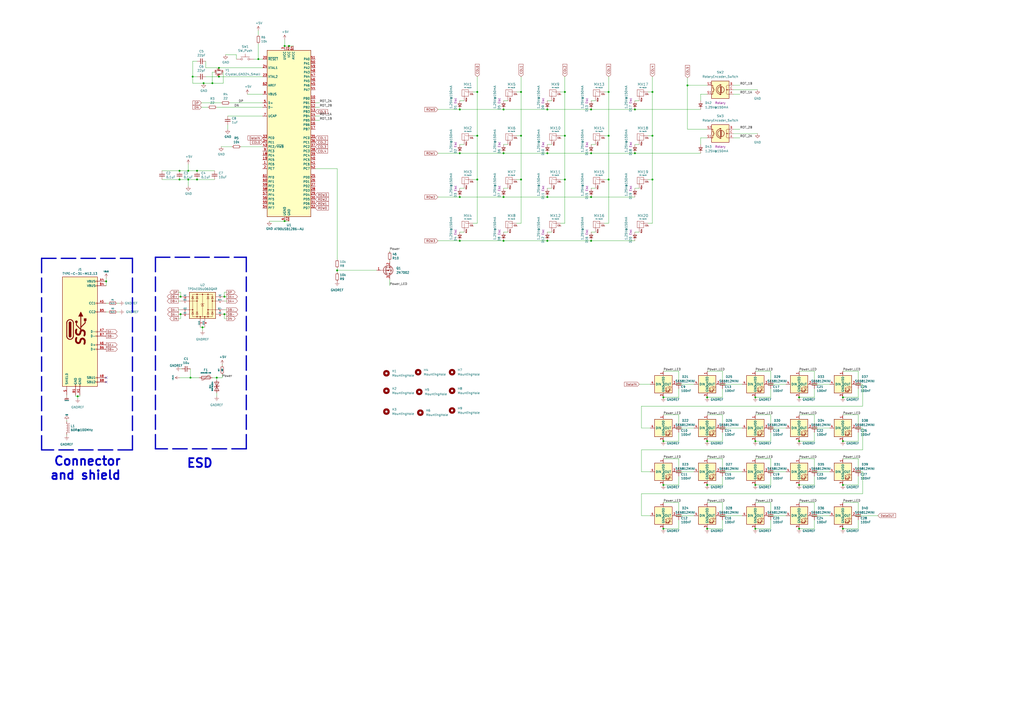
<source format=kicad_sch>
(kicad_sch (version 20211123) (generator eeschema)
  (paper "A2")
  (title_block (title "Macro Board"))
  (junction (at 276.86 104.14))
  (junction (at 488.95 230.505))
  (junction (at 266.7 139.7))
  (junction (at 302.26 104.14))
  (junction (at 276.86 53.34))
  (junction (at 317.5 63.5))
  (junction (at 488.95 281.305))
  (junction (at 378.46 53.34))
  (junction (at 109.22 99.06))
  (junction (at 104.14 99.06))
  (junction (at 438.15 230.505))
  (junction (at 125.73 219.075))
  (junction (at 127 39.37))
  (junction (at 353.06 53.34))
  (junction (at 368.3 63.5))
  (junction (at 317.5 114.3))
  (junction (at 384.81 281.305))
  (junction (at 104.775 182.245))
  (junction (at 463.55 255.905))
  (junction (at 165.1 26.67))
  (junction (at 118.11 48.26))
  (junction (at 327.66 78.74))
  (junction (at 104.775 172.085))
  (junction (at 353.06 78.74))
  (junction (at 45.085 229.87))
  (junction (at 302.26 53.34))
  (junction (at 292.1 88.9))
  (junction (at 384.81 230.505))
  (junction (at 410.21 281.305))
  (junction (at 410.21 230.505))
  (junction (at 266.7 88.9))
  (junction (at 463.55 230.505))
  (junction (at 327.66 53.34))
  (junction (at 378.46 78.74))
  (junction (at 109.22 104.14))
  (junction (at 266.7 114.3))
  (junction (at 292.1 139.7))
  (junction (at 167.64 26.67))
  (junction (at 317.5 139.7))
  (junction (at 117.475 189.865))
  (junction (at 342.9 63.5))
  (junction (at 292.1 63.5))
  (junction (at 61.595 163.195))
  (junction (at 123.19 48.26))
  (junction (at 384.81 306.705))
  (junction (at 104.14 104.14))
  (junction (at 110.49 219.075))
  (junction (at 410.21 306.705))
  (junction (at 410.21 255.905))
  (junction (at 463.55 306.705))
  (junction (at 266.7 63.5))
  (junction (at 438.15 306.705))
  (junction (at 368.3 88.9))
  (junction (at 114.3 104.14))
  (junction (at 384.81 255.905))
  (junction (at 438.15 281.305))
  (junction (at 292.1 114.3))
  (junction (at 195.58 156.845))
  (junction (at 398.78 49.53))
  (junction (at 302.26 78.74))
  (junction (at 165.1 128.27))
  (junction (at 378.46 104.14))
  (junction (at 342.9 139.7))
  (junction (at 130.175 182.245))
  (junction (at 317.5 88.9))
  (junction (at 488.95 306.705))
  (junction (at 463.55 281.305))
  (junction (at 327.66 104.14))
  (junction (at 114.3 99.06))
  (junction (at 149.86 34.29))
  (junction (at 111.76 44.45))
  (junction (at 488.95 255.905))
  (junction (at 276.86 78.74))
  (junction (at 130.175 172.085))
  (junction (at 342.9 88.9))
  (junction (at 127 44.45))
  (junction (at 353.06 104.14))
  (junction (at 342.9 114.3))
  (junction (at 438.15 255.905))
  (no_connect (at 61.595 219.075))
  (no_connect (at 61.595 221.615))
  (wire (pts (xy 104.775 169.545) (xy 104.775 172.085)))
  (wire (pts (xy 410.21 80.01) (xy 406.4 80.01)))
  (polyline (pts (xy 90.17 149.225) (xy 90.17 260.35)) (stroke (width 0.762)))
  (wire (pts (xy 350.52 78.74) (xy 353.06 78.74)))
  (wire (pts (xy 500.38 286.385) (xy 372.11 286.385)))
  (wire (pts (xy 109.22 99.06) (xy 114.3 99.06)))
  (wire (pts (xy 472.44 255.905) (xy 463.55 255.905)))
  (wire (pts (xy 417.83 248.285) (xy 430.53 248.285)))
  (wire (pts (xy 103.505 182.245) (xy 104.775 182.245)))
  (wire (pts (xy 104.14 99.06) (xy 109.22 99.06)))
  (wire (pts (xy 266.7 114.3) (xy 292.1 114.3)))
  (wire (pts (xy 370.84 222.885) (xy 377.19 222.885)))
  (wire (pts (xy 368.3 63.5) (xy 406.4 63.5)))
  (polyline (pts (xy 76.835 260.985) (xy 24.13 260.985)) (stroke (width 0.762)))
  (wire (pts (xy 375.92 78.74) (xy 378.46 78.74)))
  (wire (pts (xy 147.32 34.29) (xy 149.86 34.29)))
  (wire (pts (xy 393.7 301.625) (xy 393.7 306.705)))
  (wire (pts (xy 393.7 225.425) (xy 393.7 230.505)))
  (wire (pts (xy 447.04 250.825) (xy 447.04 255.905)))
  (wire (pts (xy 342.9 83.82) (xy 345.44 83.82)))
  (wire (pts (xy 46.355 229.235) (xy 46.355 229.87)))
  (wire (pts (xy 497.84 220.345) (xy 497.84 215.265)))
  (wire (pts (xy 130.175 179.705) (xy 131.445 179.705)))
  (wire (pts (xy 43.815 229.87) (xy 45.085 229.87)))
  (wire (pts (xy 299.72 78.74) (xy 302.26 78.74)))
  (wire (pts (xy 447.04 281.305) (xy 438.15 281.305)))
  (wire (pts (xy 372.11 299.085) (xy 377.19 299.085)))
  (wire (pts (xy 182.88 69.85) (xy 185.42 69.85)))
  (wire (pts (xy 472.44 250.825) (xy 472.44 255.905)))
  (wire (pts (xy 419.1 250.825) (xy 419.1 255.905)))
  (wire (pts (xy 472.44 215.265) (xy 463.55 215.265)))
  (wire (pts (xy 266.7 134.62) (xy 269.24 134.62)))
  (wire (pts (xy 496.57 299.085) (xy 509.27 299.085)))
  (wire (pts (xy 254 88.9) (xy 266.7 88.9)))
  (wire (pts (xy 114.3 104.14) (xy 124.46 104.14)))
  (wire (pts (xy 266.7 63.5) (xy 292.1 63.5)))
  (wire (pts (xy 393.7 266.065) (xy 384.81 266.065)))
  (wire (pts (xy 266.7 109.22) (xy 269.24 109.22)))
  (wire (pts (xy 132.08 72.39) (xy 132.08 74.93)))
  (wire (pts (xy 472.44 291.465) (xy 463.55 291.465)))
  (wire (pts (xy 38.735 243.84) (xy 38.735 244.475)))
  (wire (pts (xy 350.52 129.54) (xy 353.06 129.54)))
  (wire (pts (xy 419.1 230.505) (xy 410.21 230.505)))
  (wire (pts (xy 129.54 41.91) (xy 129.54 48.26)))
  (wire (pts (xy 114.3 99.06) (xy 124.46 99.06)))
  (wire (pts (xy 419.1 291.465) (xy 410.21 291.465)))
  (wire (pts (xy 425.45 52.07) (xy 439.42 52.07)))
  (wire (pts (xy 317.5 114.3) (xy 342.9 114.3)))
  (wire (pts (xy 61.595 163.195) (xy 61.595 165.735)))
  (wire (pts (xy 393.7 240.665) (xy 384.81 240.665)))
  (wire (pts (xy 392.43 299.085) (xy 402.59 299.085)))
  (wire (pts (xy 447.04 240.665) (xy 438.15 240.665)))
  (wire (pts (xy 152.4 59.69) (xy 133.35 59.69)))
  (wire (pts (xy 128.905 211.455) (xy 128.905 212.09)))
  (wire (pts (xy 67.945 180.975) (xy 69.215 180.975)))
  (wire (pts (xy 317.5 83.82) (xy 320.04 83.82)))
  (wire (pts (xy 500.38 273.685) (xy 500.38 286.385)))
  (polyline (pts (xy 76.835 149.86) (xy 76.835 260.985)) (stroke (width 0.762)))
  (wire (pts (xy 61.595 175.895) (xy 62.865 175.895)))
  (wire (pts (xy 368.3 83.82) (xy 370.84 83.82)))
  (wire (pts (xy 266.7 88.9) (xy 292.1 88.9)))
  (wire (pts (xy 276.86 78.74) (xy 276.86 104.14)))
  (wire (pts (xy 123.19 48.26) (xy 129.54 48.26)))
  (wire (pts (xy 471.17 248.285) (xy 481.33 248.285)))
  (wire (pts (xy 372.11 248.285) (xy 377.19 248.285)))
  (wire (pts (xy 152.4 39.37) (xy 127 39.37)))
  (wire (pts (xy 38.735 229.235) (xy 38.735 229.87)))
  (wire (pts (xy 447.04 276.225) (xy 447.04 281.305)))
  (wire (pts (xy 182.88 59.69) (xy 185.42 59.69)))
  (wire (pts (xy 109.22 104.14) (xy 109.22 107.95)))
  (wire (pts (xy 393.7 245.745) (xy 393.7 240.665)))
  (wire (pts (xy 368.3 109.22) (xy 370.84 109.22)))
  (wire (pts (xy 254 63.5) (xy 266.7 63.5)))
  (wire (pts (xy 123.19 219.075) (xy 125.73 219.075)))
  (wire (pts (xy 342.9 63.5) (xy 368.3 63.5)))
  (wire (pts (xy 497.84 240.665) (xy 488.95 240.665)))
  (wire (pts (xy 353.06 53.34) (xy 353.06 78.74)))
  (wire (pts (xy 419.1 281.305) (xy 410.21 281.305)))
  (wire (pts (xy 472.44 220.345) (xy 472.44 215.265)))
  (wire (pts (xy 125.73 219.075) (xy 128.905 219.075)))
  (wire (pts (xy 417.83 299.085) (xy 430.53 299.085)))
  (wire (pts (xy 130.175 182.245) (xy 131.445 182.245)))
  (wire (pts (xy 342.9 134.62) (xy 345.44 134.62)))
  (wire (pts (xy 152.4 54.61) (xy 143.51 54.61)))
  (polyline (pts (xy 24.13 149.86) (xy 24.13 260.985)) (stroke (width 0.762)))
  (wire (pts (xy 406.4 54.61) (xy 406.4 58.42)))
  (wire (pts (xy 447.04 255.905) (xy 438.15 255.905)))
  (wire (pts (xy 103.505 179.705) (xy 104.775 179.705)))
  (wire (pts (xy 292.1 58.42) (xy 294.64 58.42)))
  (wire (pts (xy 419.1 245.745) (xy 419.1 240.665)))
  (wire (pts (xy 419.1 306.705) (xy 410.21 306.705)))
  (wire (pts (xy 471.17 299.085) (xy 481.33 299.085)))
  (wire (pts (xy 497.84 291.465) (xy 488.95 291.465)))
  (wire (pts (xy 497.84 245.745) (xy 497.84 240.665)))
  (wire (pts (xy 149.86 34.29) (xy 149.86 25.4)))
  (wire (pts (xy 104.14 104.14) (xy 109.22 104.14)))
  (wire (pts (xy 104.775 213.995) (xy 105.41 213.995)))
  (wire (pts (xy 104.775 184.785) (xy 104.775 182.245)))
  (wire (pts (xy 353.06 78.74) (xy 353.06 104.14)))
  (wire (pts (xy 419.1 215.265) (xy 410.21 215.265)))
  (wire (pts (xy 137.16 31.75) (xy 130.81 31.75)))
  (wire (pts (xy 447.04 215.265) (xy 438.15 215.265)))
  (wire (pts (xy 410.21 54.61) (xy 406.4 54.61)))
  (wire (pts (xy 127 44.45) (xy 119.38 44.45)))
  (wire (pts (xy 393.7 250.825) (xy 393.7 255.905)))
  (wire (pts (xy 128.27 59.69) (xy 116.84 59.69)))
  (wire (pts (xy 497.84 271.145) (xy 497.84 266.065)))
  (wire (pts (xy 137.16 34.29) (xy 137.16 31.75)))
  (wire (pts (xy 496.57 222.885) (xy 500.38 222.885)))
  (wire (pts (xy 368.3 58.42) (xy 370.84 58.42)))
  (wire (pts (xy 472.44 306.705) (xy 463.55 306.705)))
  (wire (pts (xy 500.38 260.985) (xy 372.11 260.985)))
  (wire (pts (xy 368.3 88.9) (xy 406.4 88.9)))
  (wire (pts (xy 417.83 222.885) (xy 430.53 222.885)))
  (wire (pts (xy 130.175 182.245) (xy 130.175 184.785)))
  (polyline (pts (xy 142.875 149.225) (xy 142.875 260.35)) (stroke (width 0.762)))
  (wire (pts (xy 325.12 104.14) (xy 327.66 104.14)))
  (wire (pts (xy 170.18 26.67) (xy 167.64 26.67)))
  (wire (pts (xy 472.44 301.625) (xy 472.44 306.705)))
  (wire (pts (xy 110.49 219.075) (xy 115.57 219.075)))
  (wire (pts (xy 472.44 266.065) (xy 463.55 266.065)))
  (wire (pts (xy 393.7 220.345) (xy 393.7 215.265)))
  (wire (pts (xy 93.98 104.14) (xy 104.14 104.14)))
  (wire (pts (xy 317.5 58.42) (xy 320.04 58.42)))
  (wire (pts (xy 149.86 34.29) (xy 152.4 34.29)))
  (wire (pts (xy 127 39.37) (xy 119.38 39.37)))
  (wire (pts (xy 342.9 139.7) (xy 368.3 139.7)))
  (wire (pts (xy 447.04 296.545) (xy 447.04 291.465)))
  (wire (pts (xy 67.945 175.895) (xy 69.215 175.895)))
  (wire (pts (xy 398.78 45.085) (xy 398.78 49.53)))
  (wire (pts (xy 350.52 53.34) (xy 353.06 53.34)))
  (wire (pts (xy 392.43 222.885) (xy 402.59 222.885)))
  (wire (pts (xy 342.9 109.22) (xy 345.44 109.22)))
  (wire (pts (xy 195.58 97.79) (xy 195.58 150.495)))
  (wire (pts (xy 104.14 219.075) (xy 110.49 219.075)))
  (wire (pts (xy 167.64 128.27) (xy 165.1 128.27)))
  (wire (pts (xy 45.085 229.87) (xy 46.355 229.87)))
  (wire (pts (xy 182.88 97.79) (xy 195.58 97.79)))
  (wire (pts (xy 325.12 78.74) (xy 327.66 78.74)))
  (wire (pts (xy 119.38 39.37) (xy 119.38 35.56)))
  (wire (pts (xy 393.7 230.505) (xy 384.81 230.505)))
  (wire (pts (xy 116.205 189.865) (xy 117.475 189.865)))
  (wire (pts (xy 317.5 88.9) (xy 342.9 88.9)))
  (polyline (pts (xy 24.13 149.86) (xy 76.835 149.86)) (stroke (width 0.762)))
  (wire (pts (xy 419.1 276.225) (xy 419.1 281.305)))
  (wire (pts (xy 302.26 78.74) (xy 302.26 104.14)))
  (wire (pts (xy 125.73 219.075) (xy 125.73 220.345)))
  (wire (pts (xy 114.3 44.45) (xy 111.76 44.45)))
  (wire (pts (xy 276.86 44.45) (xy 276.86 53.34)))
  (wire (pts (xy 292.1 83.82) (xy 294.64 83.82)))
  (wire (pts (xy 472.44 225.425) (xy 472.44 230.505)))
  (wire (pts (xy 130.175 174.625) (xy 131.445 174.625)))
  (wire (pts (xy 372.11 260.985) (xy 372.11 273.685)))
  (wire (pts (xy 149.86 20.32) (xy 149.86 17.78)))
  (wire (pts (xy 299.72 104.14) (xy 302.26 104.14)))
  (wire (pts (xy 425.45 77.47) (xy 439.42 77.47)))
  (wire (pts (xy 497.84 306.705) (xy 488.95 306.705)))
  (wire (pts (xy 372.11 235.585) (xy 372.11 248.285)))
  (wire (pts (xy 195.58 155.575) (xy 195.58 156.845)))
  (wire (pts (xy 218.44 156.845) (xy 195.58 156.845)))
  (wire (pts (xy 165.1 26.67) (xy 165.1 22.86)))
  (wire (pts (xy 123.19 41.91) (xy 123.19 48.26)))
  (wire (pts (xy 372.11 273.685) (xy 377.19 273.685)))
  (wire (pts (xy 419.1 255.905) (xy 410.21 255.905)))
  (wire (pts (xy 103.505 174.625) (xy 104.775 174.625)))
  (wire (pts (xy 167.64 26.67) (xy 165.1 26.67)))
  (wire (pts (xy 445.77 299.085) (xy 455.93 299.085)))
  (wire (pts (xy 266.7 83.82) (xy 269.24 83.82)))
  (wire (pts (xy 497.84 230.505) (xy 488.95 230.505)))
  (wire (pts (xy 445.77 222.885) (xy 455.93 222.885)))
  (wire (pts (xy 182.88 67.31) (xy 185.42 67.31)))
  (wire (pts (xy 425.45 49.53) (xy 429.26 49.53)))
  (wire (pts (xy 472.44 276.225) (xy 472.44 281.305)))
  (wire (pts (xy 350.52 104.14) (xy 353.06 104.14)))
  (wire (pts (xy 103.505 172.085) (xy 104.775 172.085)))
  (wire (pts (xy 447.04 225.425) (xy 447.04 230.505)))
  (wire (pts (xy 274.32 53.34) (xy 276.86 53.34)))
  (wire (pts (xy 471.17 273.685) (xy 481.33 273.685)))
  (wire (pts (xy 292.1 114.3) (xy 317.5 114.3)))
  (wire (pts (xy 472.44 240.665) (xy 463.55 240.665)))
  (wire (pts (xy 274.32 129.54) (xy 276.86 129.54)))
  (wire (pts (xy 110.49 213.995) (xy 110.49 219.075)))
  (wire (pts (xy 419.1 220.345) (xy 419.1 215.265)))
  (wire (pts (xy 130.175 172.085) (xy 131.445 172.085)))
  (wire (pts (xy 447.04 301.625) (xy 447.04 306.705)))
  (wire (pts (xy 496.57 273.685) (xy 500.38 273.685)))
  (wire (pts (xy 302.26 104.14) (xy 302.26 129.54)))
  (wire (pts (xy 419.1 240.665) (xy 410.21 240.665)))
  (wire (pts (xy 103.505 169.545) (xy 104.775 169.545)))
  (wire (pts (xy 392.43 248.285) (xy 402.59 248.285)))
  (wire (pts (xy 292.1 134.62) (xy 294.64 134.62)))
  (wire (pts (xy 317.5 134.62) (xy 320.04 134.62)))
  (wire (pts (xy 497.84 276.225) (xy 497.84 281.305)))
  (wire (pts (xy 292.1 139.7) (xy 317.5 139.7)))
  (wire (pts (xy 447.04 220.345) (xy 447.04 215.265)))
  (wire (pts (xy 372.11 286.385) (xy 372.11 299.085)))
  (wire (pts (xy 496.57 248.285) (xy 500.38 248.285)))
  (polyline (pts (xy 90.17 149.225) (xy 142.875 149.225)) (stroke (width 0.762)))
  (wire (pts (xy 398.78 74.93) (xy 410.21 74.93)))
  (wire (pts (xy 398.78 49.53) (xy 398.78 74.93)))
  (wire (pts (xy 425.45 80.01) (xy 429.26 80.01)))
  (wire (pts (xy 393.7 271.145) (xy 393.7 266.065)))
  (wire (pts (xy 254 139.7) (xy 266.7 139.7)))
  (wire (pts (xy 165.1 128.27) (xy 156.21 128.27)))
  (wire (pts (xy 447.04 266.065) (xy 438.15 266.065)))
  (wire (pts (xy 393.7 306.705) (xy 384.81 306.705)))
  (wire (pts (xy 472.44 296.545) (xy 472.44 291.465)))
  (wire (pts (xy 368.3 134.62) (xy 370.84 134.62)))
  (wire (pts (xy 378.46 78.74) (xy 378.46 104.14)))
  (wire (pts (xy 292.1 63.5) (xy 317.5 63.5)))
  (wire (pts (xy 406.4 80.01) (xy 406.4 83.82)))
  (wire (pts (xy 111.76 35.56) (xy 111.76 44.45)))
  (wire (pts (xy 497.84 225.425) (xy 497.84 230.505)))
  (wire (pts (xy 103.505 184.785) (xy 104.775 184.785)))
  (wire (pts (xy 375.92 129.54) (xy 378.46 129.54)))
  (wire (pts (xy 447.04 230.505) (xy 438.15 230.505)))
  (wire (pts (xy 472.44 230.505) (xy 463.55 230.505)))
  (wire (pts (xy 45.085 229.87) (xy 45.085 231.14)))
  (wire (pts (xy 130.175 184.785) (xy 131.445 184.785)))
  (wire (pts (xy 393.7 291.465) (xy 384.81 291.465)))
  (wire (pts (xy 134.62 85.09) (xy 128.27 85.09)))
  (wire (pts (xy 500.38 235.585) (xy 372.11 235.585)))
  (wire (pts (xy 124.46 41.91) (xy 123.19 41.91)))
  (wire (pts (xy 61.595 180.975) (xy 62.865 180.975)))
  (wire (pts (xy 43.815 229.235) (xy 43.815 229.87)))
  (wire (pts (xy 274.32 78.74) (xy 276.86 78.74)))
  (wire (pts (xy 123.19 48.26) (xy 118.11 48.26)))
  (wire (pts (xy 61.595 161.29) (xy 61.595 163.195)))
  (wire (pts (xy 327.66 78.74) (xy 327.66 104.14)))
  (wire (pts (xy 109.22 99.06) (xy 109.22 95.25)))
  (wire (pts (xy 325.12 129.54) (xy 327.66 129.54)))
  (wire (pts (xy 447.04 306.705) (xy 438.15 306.705)))
  (wire (pts (xy 497.84 281.305) (xy 488.95 281.305)))
  (wire (pts (xy 299.72 53.34) (xy 302.26 53.34)))
  (wire (pts (xy 195.58 156.845) (xy 195.58 158.115)))
  (wire (pts (xy 392.43 273.685) (xy 402.59 273.685)))
  (polyline (pts (xy 142.875 260.35) (xy 90.17 260.35)) (stroke (width 0.762)))
  (wire (pts (xy 378.46 53.34) (xy 378.46 78.74)))
  (wire (pts (xy 417.83 273.685) (xy 430.53 273.685)))
  (wire (pts (xy 292.1 109.22) (xy 294.64 109.22)))
  (wire (pts (xy 254 114.3) (xy 266.7 114.3)))
  (wire (pts (xy 419.1 225.425) (xy 419.1 230.505)))
  (wire (pts (xy 317.5 139.7) (xy 342.9 139.7)))
  (wire (pts (xy 393.7 215.265) (xy 384.81 215.265)))
  (wire (pts (xy 317.5 63.5) (xy 342.9 63.5)))
  (wire (pts (xy 325.12 53.34) (xy 327.66 53.34)))
  (wire (pts (xy 353.06 44.45) (xy 353.06 53.34)))
  (wire (pts (xy 497.84 215.265) (xy 488.95 215.265)))
  (wire (pts (xy 425.45 54.61) (xy 429.26 54.61)))
  (wire (pts (xy 419.1 266.065) (xy 410.21 266.065)))
  (wire (pts (xy 93.98 99.06) (xy 104.14 99.06)))
  (wire (pts (xy 497.84 250.825) (xy 497.84 255.905)))
  (wire (pts (xy 266.7 58.42) (xy 269.24 58.42)))
  (wire (pts (xy 292.1 88.9) (xy 317.5 88.9)))
  (wire (pts (xy 342.9 88.9) (xy 368.3 88.9)))
  (wire (pts (xy 114.3 35.56) (xy 111.76 35.56)))
  (wire (pts (xy 226.06 161.925) (xy 226.06 165.735)))
  (wire (pts (xy 425.45 74.93) (xy 429.26 74.93)))
  (wire (pts (xy 353.06 104.14) (xy 353.06 129.54)))
  (wire (pts (xy 445.77 273.685) (xy 455.93 273.685)))
  (wire (pts (xy 276.86 53.34) (xy 276.86 78.74)))
  (wire (pts (xy 120.65 62.23) (xy 116.84 62.23)))
  (wire (pts (xy 472.44 271.145) (xy 472.44 266.065)))
  (wire (pts (xy 125.73 227.965) (xy 125.73 229.87)))
  (wire (pts (xy 342.9 58.42) (xy 345.44 58.42)))
  (wire (pts (xy 419.1 301.625) (xy 419.1 306.705)))
  (wire (pts (xy 299.72 129.54) (xy 302.26 129.54)))
  (wire (pts (xy 472.44 281.305) (xy 463.55 281.305)))
  (wire (pts (xy 182.88 62.23) (xy 185.42 62.23)))
  (wire (pts (xy 111.76 48.26) (xy 118.11 48.26)))
  (wire (pts (xy 393.7 276.225) (xy 393.7 281.305)))
  (wire (pts (xy 111.76 44.45) (xy 111.76 48.26)))
  (wire (pts (xy 152.4 62.23) (xy 125.73 62.23)))
  (wire (pts (xy 302.26 53.34) (xy 302.26 78.74)))
  (wire (pts (xy 109.22 104.14) (xy 114.3 104.14)))
  (wire (pts (xy 497.84 296.545) (xy 497.84 291.465)))
  (wire (pts (xy 38.735 252.095) (xy 38.735 252.73)))
  (wire (pts (xy 274.32 104.14) (xy 276.86 104.14)))
  (wire (pts (xy 472.44 245.745) (xy 472.44 240.665)))
  (wire (pts (xy 375.92 53.34) (xy 378.46 53.34)))
  (wire (pts (xy 117.475 189.865) (xy 118.745 189.865)))
  (wire (pts (xy 276.86 104.14) (xy 276.86 129.54)))
  (wire (pts (xy 128.905 219.075) (xy 128.905 217.17)))
  (wire (pts (xy 317.5 109.22) (xy 320.04 109.22)))
  (wire (pts (xy 327.66 53.34) (xy 327.66 78.74)))
  (wire (pts (xy 393.7 296.545) (xy 393.7 291.465)))
  (wire (pts (xy 398.78 49.53) (xy 410.21 49.53)))
  (wire (pts (xy 497.84 255.905) (xy 488.95 255.905)))
  (wire (pts (xy 226.06 151.13) (xy 226.06 151.765)))
  (wire (pts (xy 152.4 67.31) (xy 132.08 67.31)))
  (wire (pts (xy 500.38 222.885) (xy 500.38 235.585)))
  (wire (pts (xy 447.04 291.465) (xy 438.15 291.465)))
  (wire (pts (xy 419.1 271.145) (xy 419.1 266.065)))
  (wire (pts (xy 497.84 301.625) (xy 497.84 306.705)))
  (wire (pts (xy 226.06 145.415) (xy 226.06 146.05)))
  (wire (pts (xy 342.9 114.3) (xy 368.3 114.3)))
  (wire (pts (xy 378.46 44.45) (xy 378.46 53.34)))
  (wire (pts (xy 471.17 222.885) (xy 481.33 222.885)))
  (wire (pts (xy 131.445 169.545) (xy 130.175 169.545)))
  (wire (pts (xy 447.04 271.145) (xy 447.04 266.065)))
  (wire (pts (xy 375.92 104.14) (xy 378.46 104.14)))
  (wire (pts (xy 139.7 85.09) (xy 152.4 85.09)))
  (wire (pts (xy 445.77 248.285) (xy 455.93 248.285)))
  (wire (pts (xy 152.4 44.45) (xy 127 44.45)))
  (wire (pts (xy 266.7 139.7) (xy 292.1 139.7)))
  (wire (pts (xy 497.84 266.065) (xy 488.95 266.065)))
  (wire (pts (xy 419.1 296.545) (xy 419.1 291.465)))
  (wire (pts (xy 393.7 255.905) (xy 384.81 255.905)))
  (wire (pts (xy 393.7 281.305) (xy 384.81 281.305)))
  (wire (pts (xy 327.66 104.14) (xy 327.66 129.54)))
  (wire (pts (xy 302.26 44.45) (xy 302.26 53.34)))
  (wire (pts (xy 447.04 245.745) (xy 447.04 240.665)))
  (wire (pts (xy 130.175 169.545) (xy 130.175 172.085)))
  (wire (pts (xy 117.475 189.865) (xy 117.475 191.77)))
  (wire (pts (xy 378.46 104.14) (xy 378.46 129.54)))
  (wire (pts (xy 327.66 44.45) (xy 327.66 53.34)))
  (wire (pts (xy 500.38 248.285) (xy 500.38 260.985)))
  (text "Connector\nand shield" (at 70.485 278.765 180) (effects (font (size 5.08 5.08) (thickness 1.016) bold) (justify right bottom)))
  (text "ESD" (at 123.825 271.78 180) (effects (font (size 5.08 5.08) (thickness 1.016) bold) (justify right bottom)))
  (label "ROT_1A" (at 185.42 67.31 0))
  (label "Power_LED" (at 410.21 240.665 0))
  (label "Power_LED" (at 384.81 291.465 0))
  (label "Power_LED" (at 438.15 215.265 0))
  (label "ROT_2A" (at 185.42 59.69 0))
  (label "Power_LED" (at 410.21 266.065 0))
  (label "Power_LED" (at 463.55 240.665 0))
  (label "Power_LED" (at 438.15 240.665 0))
  (label "Power_LED" (at 384.81 266.065 0))
  (label "Power_LED" (at 488.95 266.065 0))
  (label "Power_LED" (at 488.95 240.665 0))
  (label "Power_LED" (at 463.55 266.065 0))
  (label "ROT_1B" (at 429.26 49.53 0))
  (label "Power_LED" (at 438.15 266.065 0))
  (label "DP" (at 138.43 59.69 0))
  (label "ROT_1B" (at 185.42 69.85 0))
  (label "Power_LED" (at 438.15 291.465 0))
  (label "Power_LED" (at 463.55 215.265 0))
  (label "Power_LED" (at 384.81 240.665 0))
  (label "ROT_1A" (at 429.26 54.61 0))
  (label "Power" (at 226.06 145.415 0))
  (label "Power_LED" (at 226.06 165.735 0))
  (label "DN" (at 135.89 62.23 0))
  (label "Power_LED" (at 463.55 291.465 0))
  (label "Power_LED" (at 488.95 291.465 0))
  (label "Power" (at 128.905 219.075 0))
  (label "Power_LED" (at 410.21 291.465 0))
  (label "ROT_2A" (at 429.26 80.01 0))
  (label "ROT_2B" (at 429.26 74.93 0))
  (label "Power_LED" (at 410.21 215.265 0))
  (label "Power_LED" (at 488.95 215.265 0))
  (label "Power_LED" (at 384.81 215.265 0))
  (label "ROT_2B" (at 185.42 62.23 0))
  (global_label "DA+" (shape output) (at 131.445 172.085 0) (property "Intersheet References" "${INTERSHEET_REFS}" (effects hide)))
  (global_label "COL3" (shape input) (at 182.88 85.09 0) (property "Intersheet References" "${INTERSHEET_REFS}" (effects hide)))
  (global_label "COL0" (shape input) (at 276.86 44.45 90) (property "Intersheet References" "${INTERSHEET_REFS}" (effects hide)))
  (global_label "COL5" (shape input) (at 182.88 64.77 0) (property "Intersheet References" "${INTERSHEET_REFS}" (effects hide)))
  (global_label "DN" (shape output) (at 131.445 184.785 0) (property "Intersheet References" "${INTERSHEET_REFS}" (effects hide)))
  (global_label "DA-" (shape output) (at 61.595 192.405 0) (property "Intersheet References" "${INTERSHEET_REFS}" (effects hide)))
  (global_label "DB-" (shape output) (at 61.595 194.945 0) (property "Intersheet References" "${INTERSHEET_REFS}" (effects hide)))
  (global_label "DA+" (shape output) (at 131.445 174.625 0) (property "Intersheet References" "${INTERSHEET_REFS}" (effects hide)))
  (global_label "COL1" (shape input) (at 182.88 80.01 0) (property "Intersheet References" "${INTERSHEET_REFS}" (effects hide)))
  (global_label "DP" (shape output) (at 131.445 169.545 0) (property "Intersheet References" "${INTERSHEET_REFS}" (effects hide)))
  (global_label "COL2" (shape input) (at 327.66 44.45 90) (property "Intersheet References" "${INTERSHEET_REFS}" (effects hide)))
  (global_label "DA+" (shape output) (at 61.595 200.025 0) (property "Intersheet References" "${INTERSHEET_REFS}" (effects hide)))
  (global_label "DataOUT" (shape input) (at 509.27 299.085 0) (property "Intersheet References" "${INTERSHEET_REFS}" (effects hide)))
  (global_label "COL4" (shape input) (at 182.88 87.63 0) (property "Intersheet References" "${INTERSHEET_REFS}" (effects hide)))
  (global_label "ROW2" (shape input) (at 254 114.3 180) (property "Intersheet References" "${INTERSHEET_REFS}" (effects hide)))
  (global_label "DP" (shape input) (at 116.84 59.69 180) (property "Intersheet References" "${INTERSHEET_REFS}" (effects hide)))
  (global_label "COL2" (shape input) (at 182.88 82.55 0) (property "Intersheet References" "${INTERSHEET_REFS}" (effects hide)))
  (global_label "ROW0" (shape input) (at 182.88 120.65 0) (property "Intersheet References" "${INTERSHEET_REFS}" (effects hide)))
  (global_label "DataIN" (shape input) (at 370.84 222.885 180) (property "Intersheet References" "${INTERSHEET_REFS}" (effects hide)))
  (global_label "COL5" (shape input) (at 398.78 45.085 90) (property "Intersheet References" "${INTERSHEET_REFS}" (effects hide)))
  (global_label "DataIN" (shape input) (at 152.4 80.01 180) (property "Intersheet References" "${INTERSHEET_REFS}" (effects hide)))
  (global_label "DB-" (shape output) (at 131.445 182.245 0) (property "Intersheet References" "${INTERSHEET_REFS}" (effects hide)))
  (global_label "COL3" (shape input) (at 353.06 44.45 90) (property "Intersheet References" "${INTERSHEET_REFS}" (effects hide)))
  (global_label "DN" (shape output) (at 103.505 184.785 180) (property "Intersheet References" "${INTERSHEET_REFS}" (effects hide)))
  (global_label "ROW3" (shape input) (at 182.88 113.03 0) (property "Intersheet References" "${INTERSHEET_REFS}" (effects hide)))
  (global_label "COL4" (shape input) (at 378.46 44.45 90) (property "Intersheet References" "${INTERSHEET_REFS}" (effects hide)))
  (global_label "COL0" (shape input) (at 152.4 82.55 180) (property "Intersheet References" "${INTERSHEET_REFS}" (effects hide)))
  (global_label "DA-" (shape output) (at 103.505 182.245 180) (property "Intersheet References" "${INTERSHEET_REFS}" (effects hide)))
  (global_label "DB+" (shape output) (at 103.505 172.085 180) (property "Intersheet References" "${INTERSHEET_REFS}" (effects hide)))
  (global_label "ROW1" (shape input) (at 182.88 118.11 0) (property "Intersheet References" "${INTERSHEET_REFS}" (effects hide)))
  (global_label "ROW3" (shape input) (at 254 139.7 180) (property "Intersheet References" "${INTERSHEET_REFS}" (effects hide)))
  (global_label "COL1" (shape input) (at 302.26 44.45 90) (property "Intersheet References" "${INTERSHEET_REFS}" (effects hide)))
  (global_label "DB-" (shape output) (at 131.445 179.705 0) (property "Intersheet References" "${INTERSHEET_REFS}" (effects hide)))
  (global_label "ROW1" (shape input) (at 254 88.9 180) (property "Intersheet References" "${INTERSHEET_REFS}" (effects hide)))
  (global_label "DP" (shape output) (at 103.505 169.545 180) (property "Intersheet References" "${INTERSHEET_REFS}" (effects hide)))
  (global_label "DB+" (shape output) (at 103.505 174.625 180) (property "Intersheet References" "${INTERSHEET_REFS}" (effects hide)))
  (global_label "DA-" (shape output) (at 103.505 179.705 180) (property "Intersheet References" "${INTERSHEET_REFS}" (effects hide)))
  (global_label "DN" (shape input) (at 116.84 62.23 180) (property "Intersheet References" "${INTERSHEET_REFS}" (effects hide)))
  (global_label "ROW0" (shape input) (at 254 63.5 180) (property "Intersheet References" "${INTERSHEET_REFS}" (effects hide)))
  (global_label "DB+" (shape output) (at 61.595 202.565 0) (property "Intersheet References" "${INTERSHEET_REFS}" (effects hide)))
  (global_label "ROW2" (shape input) (at 182.88 115.57 0) (property "Intersheet References" "${INTERSHEET_REFS}" (effects hide)))
  (symbol (lib_id "power:GNDREF") (at 438.15 230.505 0) (unit 1)
    (property "Reference" "#PWR0137" (effects hide))
    (property "Value" "GNDREF" (at 440.055 231.7749 0) (effects (justify left)))
  )
  (symbol (lib_id "Device:Polyfuse") (at 119.38 219.075 90) (unit 1)
    (property "Reference" "F1" (at 119.38 214.63 90))
    (property "Value" "ASMD1206-150" (at 119.38 216.3064 90) (effects (font (size 0.508 0.508))))
    (property "Footprint" "Fuse:Fuse_0603_1608Metric_Pad1.05x0.95mm_HandSolder" (effects hide))
    (property "Manufacturer" "Shenzhen JDT Fuse" (effects hide))
    (property "Manufacturer Part No" "ASMD1206-150" (effects hide))
    (property "LCSC Part No" "C135342" (effects hide))
    (property "Package" "F1206" (effects hide))
  )
  (symbol (lib_id "power:GNDREF") (at 488.95 255.905 0) (unit 1)
    (property "Reference" "#PWR0131" (effects hide))
    (property "Value" "GNDREF" (at 490.855 257.1749 0) (effects (justify left)))
  )
  (symbol (lib_id "Device:C_Small") (at 419.1 273.685 0) (unit 1)
    (property "Reference" "C15" (at 420.37 275.1836 0) (effects (justify left)))
    (property "Value" "100nF" (at 420.37 277.495 0) (effects (justify left)))
    (property "Footprint" "led:led_capacitor" (effects hide))
  )
  (symbol (lib_id "pcb-rescue:MX-NoLED-MX_Alps_Hybrid") (at 270.51 105.41 0) (unit 1)
    (property "Reference" "MX3" (at 271.3482 99.7458 0) (effects (font (size 1.524 1.524))))
    (property "Value" "MX-NoLED" (at 271.3482 101.6254 0) (effects (font (size 0.508 0.508))))
    (property "Footprint" "kailh-switches-hotswap:Kailh-Hotswap-1U" (effects hide))
  )
  (symbol (lib_id "power:GND") (at 128.27 85.09 0) (unit 1)
    (property "Reference" "#PWR0114" (effects hide))
    (property "Value" "GND" (at 128.397 89.4842 0))
  )
  (symbol (lib_id "power:GNDREF") (at 384.81 230.505 0) (unit 1)
    (property "Reference" "#PWR0122" (effects hide))
    (property "Value" "GNDREF" (at 386.715 231.7749 0) (effects (justify left)))
  )
  (symbol (lib_id "led:D_Small") (at 266.7 86.36 90) (unit 1)
    (property "Reference" "D2" (at 264.16 86.36 0) (effects (justify right)))
    (property "Value" "1.25V@150mA" (at 261.62 74.93 0) (effects (justify right)))
    (property "Footprint" "led:D_SOD-123" (effects hide))
    (property "Name" "Esc" (at 264.16 83.82 0))
    (property "Item" "1N4148W" (effects hide))
    (property "LCSC" "https://lcsc.com/product-detail/Switching-Diode_GOODWORK-1N4148W_C909967.html" (effects hide))
  )
  (symbol (lib_id "Device:C_Small") (at 419.1 299.085 0) (unit 1)
    (property "Reference" "C16" (at 420.37 300.5836 0) (effects (justify left)))
    (property "Value" "100nF" (at 420.37 302.895 0) (effects (justify left)))
    (property "Footprint" "led:led_capacitor" (effects hide))
  )
  (symbol (lib_id "led:D_Small") (at 292.1 137.16 90) (unit 1)
    (property "Reference" "D8" (at 289.56 137.16 0) (effects (justify right)))
    (property "Value" "1.25V@150mA" (at 287.02 125.73 0) (effects (justify right)))
    (property "Footprint" "led:D_SOD-123" (effects hide))
    (property "Name" "Esc" (at 289.56 134.62 0))
    (property "Item" "1N4148W" (effects hide))
    (property "LCSC" "https://lcsc.com/product-detail/Switching-Diode_GOODWORK-1N4148W_C909967.html" (effects hide))
  )
  (symbol (lib_id "led:D_Small") (at 368.3 111.76 90) (unit 1)
    (property "Reference" "D19" (at 365.76 111.76 0) (effects (justify right)))
    (property "Value" "1.25V@150mA" (at 363.22 100.33 0) (effects (justify right)))
    (property "Footprint" "led:D_SOD-123" (effects hide))
    (property "Name" "Esc" (at 365.76 109.22 0))
    (property "Item" "1N4148W" (effects hide))
    (property "LCSC" "https://lcsc.com/product-detail/Switching-Diode_GOODWORK-1N4148W_C909967.html" (effects hide))
  )
  (symbol (lib_id "power:GNDREF") (at 69.215 175.895 90) (unit 1)
    (property "Reference" "#PWR0157" (effects hide))
    (property "Value" "GNDREF" (at 72.39 175.8949 90) (effects (justify right)))
  )
  (symbol (lib_id "Switch:SW_Push") (at 142.24 34.29 0) (unit 1)
    (property "Reference" "SW1" (at 142.24 27.051 0))
    (property "Value" "SW_Push" (at 142.24 29.3624 0))
    (property "Footprint" "led:switch_without_switch" (effects hide))
  )
  (symbol (lib_id "Device:C_Small") (at 93.98 101.6 0) (unit 1)
    (property "Reference" "C2" (at 96.3168 100.4316 0) (effects (justify left)))
    (property "Value" "0.1uF" (at 96.3168 102.743 0) (effects (justify left)))
    (property "Footprint" "Capacitor_SMD:C_0805_2012Metric" (effects hide))
  )
  (symbol (lib_id "power:GNDREF") (at 69.215 180.975 90) (unit 1)
    (property "Reference" "#PWR0158" (effects hide))
    (property "Value" "GNDREF" (at 73.025 180.9749 90) (effects (justify right)))
  )
  (symbol (lib_id "power:GNDREF") (at 410.21 281.305 0) (unit 1)
    (property "Reference" "#PWR0153" (effects hide))
    (property "Value" "GNDREF" (at 412.115 282.5749 0) (effects (justify left)))
  )
  (symbol (lib_id "randomSymbols:SK6812MINI-E") (at 410.21 222.885 0) (unit 1)
    (property "Reference" "D25" (at 422.91 218.5543 0))
    (property "Value" "SK6812MINI" (at 422.91 221.0943 0))
    (property "Footprint" "led:SK6812MINI_3.5x3.7mm_SMD-Flipped-Back" (effects hide))
    (property "Datasheet" "https://cdn-shop.adafruit.com/product-files/2686/SK6812MINI_REV.01-1-2.pdf" (effects hide))
  )
  (symbol (lib_id "Device:R_Small") (at 195.58 160.655 0) (mirror x) (unit 1)
    (property "Reference" "R9" (at 197.0786 161.8234 0) (effects (justify left)))
    (property "Value" "10k" (at 197.0786 159.512 0) (effects (justify left)))
    (property "Footprint" "Resistor_SMD:R_0805_2012Metric" (effects hide))
    (property "LCSC Part" "C2907219" (effects hide))
  )
  (symbol (lib_id "randomSymbols:SK6812MINI-E") (at 384.81 248.285 0) (unit 1)
    (property "Reference" "D22" (at 397.51 243.9543 0))
    (property "Value" "SK6812MINI" (at 397.51 246.4943 0))
    (property "Footprint" "led:SK6812MINI_3.5x3.7mm_SMD-Flipped-Back" (effects hide))
    (property "Datasheet" "https://cdn-shop.adafruit.com/product-files/2686/SK6812MINI_REV.01-1-2.pdf" (effects hide))
  )
  (symbol (lib_id "randomSymbols:SK6812MINI-E") (at 410.21 273.685 0) (unit 1)
    (property "Reference" "D27" (at 422.91 269.3543 0))
    (property "Value" "SK6812MINI" (at 422.91 271.8943 0))
    (property "Footprint" "led:SK6812MINI_3.5x3.7mm_SMD-Flipped-Back" (effects hide))
    (property "Datasheet" "https://cdn-shop.adafruit.com/product-files/2686/SK6812MINI_REV.01-1-2.pdf" (effects hide))
  )
  (symbol (lib_id "pcb-rescue:MX-NoLED-MX_Alps_Hybrid") (at 270.51 54.61 0) (unit 1)
    (property "Reference" "MX1" (at 271.3482 48.9458 0) (effects (font (size 1.524 1.524))))
    (property "Value" "MX-NoLED" (at 271.3482 50.8254 0) (effects (font (size 0.508 0.508))))
    (property "Footprint" "kailh-switches-hotswap:Kailh-Hotswap-1U" (effects hide))
  )
  (symbol (lib_id "power:GNDREF") (at 384.81 255.905 0) (unit 1)
    (property "Reference" "#PWR0149" (effects hide))
    (property "Value" "GNDREF" (at 386.715 257.1749 0) (effects (justify left)))
  )
  (symbol (lib_id "Device:R_Small") (at 226.06 148.59 0) (mirror x) (unit 1)
    (property "Reference" "R10" (at 227.5586 149.7584 0) (effects (justify left)))
    (property "Value" "46" (at 227.5586 147.447 0) (effects (justify left)))
    (property "Footprint" "Resistor_SMD:R_0805_2012Metric" (effects hide))
    (property "LCSC Part" "C2907219" (effects hide))
  )
  (symbol (lib_id "Device:C_Small") (at 497.84 222.885 0) (unit 1)
    (property "Reference" "C25" (at 499.11 224.3836 0) (effects (justify left)))
    (property "Value" "100nF" (at 499.11 226.695 0) (effects (justify left)))
    (property "Footprint" "led:led_capacitor" (effects hide))
  )
  (symbol (lib_id "power:+5V") (at 165.1 22.86 0) (unit 1)
    (property "Reference" "#PWR0101" (effects hide))
    (property "Value" "+5V" (at 165.481 18.4658 0))
  )
  (symbol (lib_id "power:GNDREF") (at 195.58 163.195 0) (mirror y) (unit 1)
    (property "Reference" "#PWR0117" (effects hide))
    (property "Value" "GNDREF" (at 195.58 168.275 0))
  )
  (symbol (lib_id "Device:C_Small") (at 393.7 248.285 0) (unit 1)
    (property "Reference" "C10" (at 394.97 249.7836 0) (effects (justify left)))
    (property "Value" "100nF" (at 394.97 252.095 0) (effects (justify left)))
    (property "Footprint" "led:led_capacitor" (effects hide))
  )
  (symbol (lib_id "randomSymbols:SK6812MINI-E") (at 463.55 299.085 0) (unit 1)
    (property "Reference" "D36" (at 476.25 294.7543 0))
    (property "Value" "SK6812MINI" (at 476.25 297.2943 0))
    (property "Footprint" "led:SK6812MINI_3.5x3.7mm_SMD-Flipped-Back" (effects hide))
    (property "Datasheet" "https://cdn-shop.adafruit.com/product-files/2686/SK6812MINI_REV.01-1-2.pdf" (effects hide))
  )
  (symbol (lib_id "led:D_Small") (at 406.4 86.36 90) (unit 1)
    (property "Reference" "D43" (at 408.94 85.0899 90) (effects (justify right)))
    (property "Value" "1.25V@150mA" (at 408.94 87.6299 90) (effects (justify right)))
    (property "Footprint" "led:D_SOD-123" (effects hide))
    (property "Name" "Rotary" (at 417.83 85.09 90))
  )
  (symbol (lib_id "Device:C_Small") (at 419.1 222.885 0) (unit 1)
    (property "Reference" "C13" (at 420.37 224.3836 0) (effects (justify left)))
    (property "Value" "100nF" (at 420.37 226.695 0) (effects (justify left)))
    (property "Footprint" "led:led_capacitor" (effects hide))
  )
  (symbol (lib_id "led:D_Small") (at 342.9 60.96 90) (unit 1)
    (property "Reference" "D13" (at 340.36 60.96 0) (effects (justify right)))
    (property "Value" "1.25V@150mA" (at 337.82 49.53 0) (effects (justify right)))
    (property "Footprint" "led:D_SOD-123" (effects hide))
    (property "Name" "Esc" (at 340.36 58.42 0))
    (property "Item" "1N4148W" (effects hide))
    (property "LCSC" "https://lcsc.com/product-detail/Switching-Diode_GOODWORK-1N4148W_C909967.html" (effects hide))
  )
  (symbol (lib_id "power:GND") (at 109.22 107.95 0) (unit 1)
    (property "Reference" "#PWR0104" (effects hide))
    (property "Value" "GND" (at 109.347 112.3442 0))
  )
  (symbol (lib_id "pcb-rescue:MX-NoLED-MX_Alps_Hybrid") (at 321.31 54.61 0) (unit 1)
    (property "Reference" "MX9" (at 322.1482 48.9458 0) (effects (font (size 1.524 1.524))))
    (property "Value" "MX-NoLED" (at 322.1482 50.8254 0) (effects (font (size 0.508 0.508))))
    (property "Footprint" "kailh-switches-hotswap:Kailh-Hotswap-1U" (effects hide))
  )
  (symbol (lib_id "pcb-rescue:MX-NoLED-MX_Alps_Hybrid") (at 295.91 54.61 0) (unit 1)
    (property "Reference" "MX5" (at 296.7482 48.9458 0) (effects (font (size 1.524 1.524))))
    (property "Value" "MX-NoLED" (at 296.7482 50.8254 0) (effects (font (size 0.508 0.508))))
    (property "Footprint" "kailh-switches-hotswap:Kailh-Hotswap-1U" (effects hide))
  )
  (symbol (lib_id "led:D_Small") (at 266.7 60.96 90) (unit 1)
    (property "Reference" "D1" (at 264.16 60.96 0) (effects (justify right)))
    (property "Value" "1.25V@150mA" (at 261.62 49.53 0) (effects (justify right)))
    (property "Footprint" "led:D_SOD-123" (effects hide))
    (property "Name" "Esc" (at 264.16 58.42 0))
    (property "Item" "1N4148W" (effects hide))
    (property "LCSC" "https://lcsc.com/product-detail/Switching-Diode_GOODWORK-1N4148W_C909967.html" (effects hide))
  )
  (symbol (lib_id "power:GNDREF") (at 410.21 230.505 0) (unit 1)
    (property "Reference" "#PWR0125" (effects hide))
    (property "Value" "GNDREF" (at 412.115 231.7749 0) (effects (justify left)))
  )
  (symbol (lib_id "Device:C_Small") (at 447.04 248.285 0) (unit 1)
    (property "Reference" "C18" (at 448.31 249.7836 0) (effects (justify left)))
    (property "Value" "100nF" (at 448.31 252.095 0) (effects (justify left)))
    (property "Footprint" "led:led_capacitor" (effects hide))
  )
  (symbol (lib_id "led:D_Small") (at 317.5 137.16 90) (unit 1)
    (property "Reference" "D12" (at 314.96 137.16 0) (effects (justify right)))
    (property "Value" "1.25V@150mA" (at 312.42 125.73 0) (effects (justify right)))
    (property "Footprint" "led:D_SOD-123" (effects hide))
    (property "Name" "Esc" (at 314.96 134.62 0))
    (property "Item" "1N4148W" (effects hide))
    (property "LCSC" "https://lcsc.com/product-detail/Switching-Diode_GOODWORK-1N4148W_C909967.html" (effects hide))
  )
  (symbol (lib_id "power:+5V") (at 128.905 211.455 0) (unit 1)
    (property "Reference" "#PWR0108" (effects hide))
    (property "Value" "+5V" (at 129.286 207.0608 0))
  )
  (symbol (lib_id "pcb-rescue:MX-NoLED-MX_Alps_Hybrid") (at 321.31 80.01 0) (unit 1)
    (property "Reference" "MX10" (at 322.1482 74.3458 0) (effects (font (size 1.524 1.524))))
    (property "Value" "MX-NoLED" (at 322.1482 76.2254 0) (effects (font (size 0.508 0.508))))
    (property "Footprint" "kailh-switches-hotswap:Kailh-Hotswap-1U" (effects hide))
  )
  (symbol (lib_id "Device:R_Small") (at 123.19 62.23 270) (mirror x) (unit 1)
    (property "Reference" "R3" (at 123.19 57.2516 90))
    (property "Value" "22" (at 123.19 59.563 90))
    (property "Footprint" "Resistor_SMD:R_0805_2012Metric" (effects hide))
  )
  (symbol (lib_id "Mechanical:MountingHole") (at 242.57 215.9 0) (unit 1)
    (property "Reference" "H4" (at 245.745 214.6299 0) (effects (justify left)))
    (property "Value" "MountingHole" (at 245.745 217.1699 0) (effects (justify left)))
    (property "Footprint" "MountingHole:MountingHole_2.2mm_M2" (effects hide))
  )
  (symbol (lib_id "Device:C_Small") (at 472.44 248.285 0) (unit 1)
    (property "Reference" "C22" (at 473.71 249.7836 0) (effects (justify left)))
    (property "Value" "100nF" (at 473.71 252.095 0) (effects (justify left)))
    (property "Footprint" "led:led_capacitor" (effects hide))
  )
  (symbol (lib_id "Mechanical:MountingHole") (at 243.84 239.395 0) (unit 1)
    (property "Reference" "H6" (at 247.015 238.1249 0) (effects (justify left)))
    (property "Value" "MountingHole" (at 247.015 240.6649 0) (effects (justify left)))
    (property "Footprint" "MountingHole:MountingHole_2.2mm_M2" (effects hide))
  )
  (symbol (lib_id "randomSymbols:SK6812MINI-E") (at 410.21 248.285 0) (unit 1)
    (property "Reference" "D26" (at 422.91 243.9543 0))
    (property "Value" "SK6812MINI" (at 422.91 246.4943 0))
    (property "Footprint" "led:SK6812MINI_3.5x3.7mm_SMD-Flipped-Back" (effects hide))
    (property "Datasheet" "https://cdn-shop.adafruit.com/product-files/2686/SK6812MINI_REV.01-1-2.pdf" (effects hide))
  )
  (symbol (lib_id "Device:C_Small") (at 447.04 273.685 0) (unit 1)
    (property "Reference" "C19" (at 448.31 275.1836 0) (effects (justify left)))
    (property "Value" "100nF" (at 448.31 277.495 0) (effects (justify left)))
    (property "Footprint" "led:led_capacitor" (effects hide))
  )
  (symbol (lib_id "Device:C_Small") (at 114.3 101.6 0) (unit 1)
    (property "Reference" "C4" (at 116.6368 100.4316 0) (effects (justify left)))
    (property "Value" "0.1uF" (at 116.6368 102.743 0) (effects (justify left)))
    (property "Footprint" "Capacitor_SMD:C_0805_2012Metric" (effects hide))
  )
  (symbol (lib_id "pcb-rescue:MX-NoLED-MX_Alps_Hybrid") (at 372.11 105.41 0) (unit 1)
    (property "Reference" "MX19" (at 372.9482 99.7458 0) (effects (font (size 1.524 1.524))))
    (property "Value" "MX-NoLED" (at 372.9482 101.6254 0) (effects (font (size 0.508 0.508))))
    (property "Footprint" "kailh-switches-hotswap:Kailh-Hotswap-1U" (effects hide))
  )
  (symbol (lib_id "Mechanical:MountingHole") (at 262.255 226.695 0) (unit 1)
    (property "Reference" "H8" (at 265.43 225.4249 0) (effects (justify left)))
    (property "Value" "MountingHole" (at 265.43 227.9649 0) (effects (justify left)))
    (property "Footprint" "MountingHole:MountingHole_2.2mm_M2" (effects hide))
  )
  (symbol (lib_id "power:GND") (at 439.42 77.47 0) (unit 1)
    (property "Reference" "#PWR0164" (effects hide))
    (property "Value" "GND" (at 439.42 82.55 0))
  )
  (symbol (lib_id "Device:R_Small") (at 128.905 214.63 180) (unit 1)
    (property "Reference" "R7" (at 127 214.63 90) (effects (font (size 0.762 0.762))))
    (property "Value" "60" (at 128.905 214.63 90) (effects (font (size 0.762 0.762))))
    (property "Footprint" "Resistor_SMD:R_0805_2012Metric_Pad1.20x1.40mm_HandSolder" (effects hide))
    (property "Package" "R0505" (effects hide))
  )
  (symbol (lib_id "led:D_Small") (at 266.7 111.76 90) (unit 1)
    (property "Reference" "D3" (at 264.16 111.76 0) (effects (justify right)))
    (property "Value" "1.25V@150mA" (at 261.62 100.33 0) (effects (justify right)))
    (property "Footprint" "led:D_SOD-123" (effects hide))
    (property "Name" "Esc" (at 264.16 109.22 0))
    (property "Item" "1N4148W" (effects hide))
    (property "LCSC" "https://lcsc.com/product-detail/Switching-Diode_GOODWORK-1N4148W_C909967.html" (effects hide))
  )
  (symbol (lib_id "power:GND") (at 130.81 31.75 0) (unit 1)
    (property "Reference" "#PWR0103" (effects hide))
    (property "Value" "GND" (at 130.937 36.1442 0))
  )
  (symbol (lib_id "Device:C_Small") (at 393.7 222.885 0) (unit 1)
    (property "Reference" "C9" (at 394.97 224.3836 0) (effects (justify left)))
    (property "Value" "100nF" (at 394.97 226.695 0) (effects (justify left)))
    (property "Footprint" "led:led_capacitor" (effects hide))
  )
  (symbol (lib_id "power:GNDREF") (at 463.55 230.505 0) (unit 1)
    (property "Reference" "#PWR0118" (effects hide))
    (property "Value" "GNDREF" (at 465.455 231.7749 0) (effects (justify left)))
  )
  (symbol (lib_id "power:GNDREF") (at 438.15 281.305 0) (unit 1)
    (property "Reference" "#PWR0132" (effects hide))
    (property "Value" "GNDREF" (at 440.055 282.5749 0) (effects (justify left)))
  )
  (symbol (lib_id "led:D_Small") (at 292.1 60.96 90) (unit 1)
    (property "Reference" "D5" (at 289.56 60.96 0) (effects (justify right)))
    (property "Value" "1.25V@150mA" (at 287.02 49.53 0) (effects (justify right)))
    (property "Footprint" "led:D_SOD-123" (effects hide))
    (property "Name" "Esc" (at 289.56 58.42 0))
    (property "Item" "1N4148W" (effects hide))
    (property "LCSC" "https://lcsc.com/product-detail/Switching-Diode_GOODWORK-1N4148W_C909967.html" (effects hide))
  )
  (symbol (lib_id "power:GNDREF") (at 463.55 281.305 0) (unit 1)
    (property "Reference" "#PWR0129" (effects hide))
    (property "Value" "GNDREF" (at 465.455 282.5749 0) (effects (justify left)))
  )
  (symbol (lib_id "Device:C_Small") (at 497.84 299.085 0) (unit 1)
    (property "Reference" "C28" (at 499.11 300.5836 0) (effects (justify left)))
    (property "Value" "100nF" (at 499.11 302.895 0) (effects (justify left)))
    (property "Footprint" "led:led_capacitor" (effects hide))
  )
  (symbol (lib_id "led:D_Small") (at 368.3 86.36 90) (unit 1)
    (property "Reference" "D18" (at 365.76 86.36 0) (effects (justify right)))
    (property "Value" "1.25V@150mA" (at 363.22 74.93 0) (effects (justify right)))
    (property "Footprint" "led:D_SOD-123" (effects hide))
    (property "Name" "Esc" (at 365.76 83.82 0))
    (property "Item" "1N4148W" (effects hide))
    (property "LCSC" "https://lcsc.com/product-detail/Switching-Diode_GOODWORK-1N4148W_C909967.html" (effects hide))
  )
  (symbol (lib_id "pcb-rescue:MX-NoLED-MX_Alps_Hybrid") (at 346.71 80.01 0) (unit 1)
    (property "Reference" "MX14" (at 347.5482 74.3458 0) (effects (font (size 1.524 1.524))))
    (property "Value" "MX-NoLED" (at 347.5482 76.2254 0) (effects (font (size 0.508 0.508))))
    (property "Footprint" "kailh-switches-hotswap:Kailh-Hotswap-1U" (effects hide))
  )
  (symbol (lib_id "power:GNDREF") (at 384.81 281.305 0) (unit 1)
    (property "Reference" "#PWR0152" (effects hide))
    (property "Value" "GNDREF" (at 386.715 282.5749 0) (effects (justify left)))
  )
  (symbol (lib_id "power:GNDREF") (at 384.81 306.705 0) (unit 1)
    (property "Reference" "#PWR0154" (effects hide))
    (property "Value" "GNDREF" (at 386.715 307.9749 0) (effects (justify left)))
  )
  (symbol (lib_id "led:D_Small") (at 292.1 111.76 90) (unit 1)
    (property "Reference" "D7" (at 289.56 111.76 0) (effects (justify right)))
    (property "Value" "1.25V@150mA" (at 287.02 100.33 0) (effects (justify right)))
    (property "Footprint" "led:D_SOD-123" (effects hide))
    (property "Name" "Esc" (at 289.56 109.22 0))
    (property "Item" "1N4148W" (effects hide))
    (property "LCSC" "https://lcsc.com/product-detail/Switching-Diode_GOODWORK-1N4148W_C909967.html" (effects hide))
  )
  (symbol (lib_id "power:GNDREF") (at 125.73 229.87 0) (unit 1)
    (property "Reference" "#PWR0105" (effects hide))
    (property "Value" "GNDREF" (at 125.73 234.95 0))
  )
  (symbol (lib_id "Unified-Daughterboard-rescue:TPD4E05U06DQAR-acheronSymbols") (at 117.475 177.165 0) (unit 1)
    (property "Reference" "U2" (at 117.475 165.3286 0))
    (property "Value" "TPD4E05U06DQAR" (at 117.475 167.64 0))
    (property "Footprint" "acheron_Components:USON-10_2.5x1.0mm_P0.5mm" (effects hide))
    (property "Manufacturer" "Texas Instruments" (effects hide))
    (property "Manufacturer Part No" "TPD4E05U06DQAR" (effects hide))
    (property "LCSC Part No" "C138714" (effects hide))
    (property "Package" "uSON-10" (effects hide))
  )
  (symbol (lib_id "Device:C_Small") (at 124.46 101.6 0) (unit 1)
    (property "Reference" "C7" (at 126.7968 100.4316 0) (effects (justify left)))
    (property "Value" "10uF" (at 126.7968 102.743 0) (effects (justify left)))
    (property "Footprint" "Capacitor_SMD:C_0805_2012Metric" (effects hide))
  )
  (symbol (lib_id "randomSymbols:SK6812MINI-E") (at 384.81 222.885 0) (unit 1)
    (property "Reference" "D21" (at 397.51 218.5543 0))
    (property "Value" "SK6812MINI" (at 397.51 221.0943 0))
    (property "Footprint" "led:SK6812MINI_3.5x3.7mm_SMD-Flipped-Back" (effects hide))
    (property "Datasheet" "https://cdn-shop.adafruit.com/product-files/2686/SK6812MINI_REV.01-1-2.pdf" (effects hide))
  )
  (symbol (lib_id "pcb-rescue:MX-NoLED-MX_Alps_Hybrid") (at 295.91 130.81 0) (unit 1)
    (property "Reference" "MX8" (at 296.7482 125.1458 0) (effects (font (size 1.524 1.524))))
    (property "Value" "MX-NoLED" (at 296.7482 127.0254 0) (effects (font (size 0.508 0.508))))
    (property "Footprint" "kailh-switches-hotswap:Kailh-Hotswap-1U" (effects hide))
  )
  (symbol (lib_id "randomSymbols:SK6812MINI-E") (at 488.95 299.085 0) (unit 1)
    (property "Reference" "D40" (at 501.65 294.7543 0))
    (property "Value" "SK6812MINI" (at 501.65 297.2943 0))
    (property "Footprint" "led:SK6812MINI_3.5x3.7mm_SMD-Flipped-Back" (effects hide))
    (property "Datasheet" "https://cdn-shop.adafruit.com/product-files/2686/SK6812MINI_REV.01-1-2.pdf" (effects hide))
  )
  (symbol (lib_id "power:GNDREF") (at 45.085 231.14 0) (unit 1)
    (property "Reference" "#PWR0161" (effects hide))
    (property "Value" "GNDREF" (at 45.085 236.22 0))
  )
  (symbol (lib_id "Device:R_Small") (at 149.86 22.86 0) (unit 1)
    (property "Reference" "R6" (at 151.3586 21.6916 0) (effects (justify left)))
    (property "Value" "10k" (at 151.3586 24.003 0) (effects (justify left)))
    (property "Footprint" "Resistor_SMD:R_0805_2012Metric" (effects hide))
  )
  (symbol (lib_id "led:D_Small") (at 292.1 86.36 90) (unit 1)
    (property "Reference" "D6" (at 289.56 86.36 0) (effects (justify right)))
    (property "Value" "1.25V@150mA" (at 287.02 74.93 0) (effects (justify right)))
    (property "Footprint" "led:D_SOD-123" (effects hide))
    (property "Name" "Esc" (at 289.56 83.82 0))
    (property "Item" "1N4148W" (effects hide))
    (property "LCSC" "https://lcsc.com/product-detail/Switching-Diode_GOODWORK-1N4148W_C909967.html" (effects hide))
  )
  (symbol (lib_id "led:D_Small") (at 266.7 137.16 90) (unit 1)
    (property "Reference" "D4" (at 264.16 137.16 0) (effects (justify right)))
    (property "Value" "1.25V@150mA" (at 261.62 125.73 0) (effects (justify right)))
    (property "Footprint" "led:D_SOD-123" (effects hide))
    (property "Name" "Esc" (at 264.16 134.62 0))
    (property "Item" "1N4148W" (effects hide))
    (property "LCSC" "https://lcsc.com/product-detail/Switching-Diode_GOODWORK-1N4148W_C909967.html" (effects hide))
  )
  (symbol (lib_id "power:VBUS") (at 61.595 161.29 0) (unit 1)
    (property "Reference" "#PWR0156" (effects hide))
    (property "Value" "VBUS" (at 61.595 157.48 0) (effects (font (size 0.762 0.762))))
  )
  (symbol (lib_id "power:+5V") (at 109.22 95.25 0) (unit 1)
    (property "Reference" "#PWR0106" (effects hide))
    (property "Value" "+5V" (at 109.601 90.8558 0))
  )
  (symbol (lib_id "pcb-rescue:AT90USB1286-AU-MCU_Microchip_AVR") (at 167.64 77.47 0) (unit 1)
    (property "Reference" "U1" (at 167.64 130.5306 0))
    (property "Value" "AT90USB1286-AU" (at 167.64 132.842 0))
    (property "Footprint" "Package_QFP:TQFP-64_14x14mm_P0.8mm" (effects hide))
    (property "Datasheet" "http://ww1.microchip.com/downloads/en/DeviceDoc/doc7593.pdf" (effects hide))
  )
  (symbol (lib_id "Device:C_Small") (at 104.14 101.6 0) (unit 1)
    (property "Reference" "C3" (at 106.4768 100.4316 0) (effects (justify left)))
    (property "Value" "0.1uF" (at 106.4768 102.743 0) (effects (justify left)))
    (property "Footprint" "Capacitor_SMD:C_0805_2012Metric" (effects hide))
  )
  (symbol (lib_id "Device:C_Small") (at 393.7 273.685 0) (unit 1)
    (property "Reference" "C11" (at 394.97 275.1836 0) (effects (justify left)))
    (property "Value" "100nF" (at 394.97 277.495 0) (effects (justify left)))
    (property "Footprint" "led:led_capacitor" (effects hide))
  )
  (symbol (lib_id "power:+5V") (at 143.51 54.61 0) (unit 1)
    (property "Reference" "#PWR0111" (effects hide))
    (property "Value" "+5V" (at 143.891 50.2158 0))
  )
  (symbol (lib_id "Mechanical:MountingHole") (at 224.155 238.76 0) (unit 1)
    (property "Reference" "H3" (at 227.33 237.4899 0) (effects (justify left)))
    (property "Value" "MountingHole" (at 227.33 240.0299 0) (effects (justify left)))
    (property "Footprint" "MountingHole:MountingHole_2.2mm_M2" (effects hide))
  )
  (symbol (lib_id "Device:C_Small") (at 419.1 248.285 0) (unit 1)
    (property "Reference" "C14" (at 420.37 249.7836 0) (effects (justify left)))
    (property "Value" "100nF" (at 420.37 252.095 0) (effects (justify left)))
    (property "Footprint" "led:led_capacitor" (effects hide))
  )
  (symbol (lib_id "Mechanical:MountingHole") (at 262.255 215.9 0) (unit 1)
    (property "Reference" "H7" (at 265.43 214.6299 0) (effects (justify left)))
    (property "Value" "MountingHole" (at 265.43 217.1699 0) (effects (justify left)))
    (property "Footprint" "MountingHole:MountingHole_2.2mm_M2" (effects hide))
  )
  (symbol (lib_id "power:GNDREF") (at 438.15 255.905 0) (unit 1)
    (property "Reference" "#PWR0135" (effects hide))
    (property "Value" "GNDREF" (at 440.055 257.1749 0) (effects (justify left)))
  )
  (symbol (lib_id "Device:R_Small") (at 130.81 59.69 270) (mirror x) (unit 1)
    (property "Reference" "R4" (at 130.81 54.7116 90))
    (property "Value" "22" (at 130.81 57.023 90))
    (property "Footprint" "Resistor_SMD:R_0805_2012Metric" (effects hide))
  )
  (symbol (lib_id "led:D_Small") (at 368.3 137.16 90) (unit 1)
    (property "Reference" "D20" (at 365.76 137.16 0) (effects (justify right)))
    (property "Value" "1.25V@150mA" (at 363.22 125.73 0) (effects (justify right)))
    (property "Footprint" "led:D_SOD-123" (effects hide))
    (property "Name" "Esc" (at 365.76 134.62 0))
    (property "Item" "1N4148W" (effects hide))
    (property "LCSC" "https://lcsc.com/product-detail/Switching-Diode_GOODWORK-1N4148W_C909967.html" (effects hide))
  )
  (symbol (lib_id "Device:C_Small") (at 472.44 299.085 0) (unit 1)
    (property "Reference" "C24" (at 473.71 300.5836 0) (effects (justify left)))
    (property "Value" "100nF" (at 473.71 302.895 0) (effects (justify left)))
    (property "Footprint" "led:led_capacitor" (effects hide))
  )
  (symbol (lib_id "power:GNDREF") (at 463.55 306.705 0) (unit 1)
    (property "Reference" "#PWR0145" (effects hide))
    (property "Value" "GNDREF" (at 465.455 307.9749 0) (effects (justify left)))
  )
  (symbol (lib_id "Device:C_Small") (at 116.84 44.45 270) (unit 1)
    (property "Reference" "C6" (at 116.84 38.6334 90))
    (property "Value" "22pF" (at 116.84 40.9448 90))
    (property "Footprint" "Capacitor_SMD:C_0805_2012Metric" (effects hide))
  )
  (symbol (lib_id "pcb-rescue:MX-NoLED-MX_Alps_Hybrid") (at 372.11 130.81 0) (unit 1)
    (property "Reference" "MX20" (at 372.9482 125.1458 0) (effects (font (size 1.524 1.524))))
    (property "Value" "MX-NoLED" (at 372.9482 127.0254 0) (effects (font (size 0.508 0.508))))
    (property "Footprint" "kailh-switches-hotswap:Kailh-Hotswap-1U" (effects hide))
  )
  (symbol (lib_id "pcb-rescue:MX-NoLED-MX_Alps_Hybrid") (at 270.51 130.81 0) (unit 1)
    (property "Reference" "MX4" (at 271.3482 125.1458 0) (effects (font (size 1.524 1.524))))
    (property "Value" "MX-NoLED" (at 271.3482 127.0254 0) (effects (font (size 0.508 0.508))))
    (property "Footprint" "kailh-switches-hotswap:Kailh-Hotswap-1U" (effects hide))
  )
  (symbol (lib_id "Mechanical:MountingHole") (at 262.255 238.125 0) (unit 1)
    (property "Reference" "H9" (at 265.43 236.8549 0) (effects (justify left)))
    (property "Value" "MountingHole" (at 265.43 239.3949 0) (effects (justify left)))
    (property "Footprint" "MountingHole:MountingHole_2.2mm_M2" (effects hide))
  )
  (symbol (lib_id "led:D_Small") (at 317.5 86.36 90) (unit 1)
    (property "Reference" "D10" (at 314.96 86.36 0) (effects (justify right)))
    (property "Value" "1.25V@150mA" (at 312.42 74.93 0) (effects (justify right)))
    (property "Footprint" "led:D_SOD-123" (effects hide))
    (property "Name" "Esc" (at 314.96 83.82 0))
    (property "Item" "1N4148W" (effects hide))
    (property "LCSC" "https://lcsc.com/product-detail/Switching-Diode_GOODWORK-1N4148W_C909967.html" (effects hide))
  )
  (symbol (lib_id "Device:Crystal_GND24_Small") (at 127 41.91 270) (unit 1)
    (property "Reference" "Y1" (at 130.6576 40.7416 90) (effects (justify left)))
    (property "Value" "Crystal_GND24_Small" (at 130.6576 43.053 90) (effects (justify left)))
    (property "Footprint" "Crystal:Crystal_SMD_3225-4Pin_3.2x2.5mm" (effects hide))
  )
  (symbol (lib_id "randomSymbols:SK6812MINI-E") (at 410.21 299.085 0) (unit 1)
    (property "Reference" "D28" (at 422.91 294.7543 0))
    (property "Value" "SK6812MINI" (at 422.91 297.2943 0))
    (property "Footprint" "led:SK6812MINI_3.5x3.7mm_SMD-Flipped-Back" (effects hide))
    (property "Datasheet" "https://cdn-shop.adafruit.com/product-files/2686/SK6812MINI_REV.01-1-2.pdf" (effects hide))
  )
  (symbol (lib_id "Mechanical:MountingHole") (at 243.205 227.33 0) (unit 1)
    (property "Reference" "H5" (at 246.38 226.0599 0) (effects (justify left)))
    (property "Value" "MountingHole" (at 246.38 228.5999 0) (effects (justify left)))
    (property "Footprint" "MountingHole:MountingHole_2.2mm_M2" (effects hide))
  )
  (symbol (lib_id "Device:C_Small") (at 447.04 299.085 0) (unit 1)
    (property "Reference" "C20" (at 448.31 300.5836 0) (effects (justify left)))
    (property "Value" "100nF" (at 448.31 302.895 0) (effects (justify left)))
    (property "Footprint" "led:led_capacitor" (effects hide))
  )
  (symbol (lib_id "randomSymbols:SK6812MINI-E") (at 488.95 248.285 0) (unit 1)
    (property "Reference" "D38" (at 501.65 243.9543 0))
    (property "Value" "SK6812MINI" (at 501.65 246.4943 0))
    (property "Footprint" "led:SK6812MINI_3.5x3.7mm_SMD-Flipped-Back" (effects hide))
    (property "Datasheet" "https://cdn-shop.adafruit.com/product-files/2686/SK6812MINI_REV.01-1-2.pdf" (effects hide))
  )
  (symbol (lib_id "randomSymbols:SK6812MINI-E") (at 384.81 273.685 0) (unit 1)
    (property "Reference" "D23" (at 397.51 269.3543 0))
    (property "Value" "SK6812MINI" (at 397.51 271.8943 0))
    (property "Footprint" "led:SK6812MINI_3.5x3.7mm_SMD-Flipped-Back" (effects hide))
    (property "Datasheet" "https://cdn-shop.adafruit.com/product-files/2686/SK6812MINI_REV.01-1-2.pdf" (effects hide))
  )
  (symbol (lib_id "power:GNDREF") (at 488.95 281.305 0) (unit 1)
    (property "Reference" "#PWR0121" (effects hide))
    (property "Value" "GNDREF" (at 490.855 282.5749 0) (effects (justify left)))
  )
  (symbol (lib_id "Device:C_Small") (at 107.95 213.995 270) (unit 1)
    (property "Reference" "C1" (at 107.95 208.1784 90))
    (property "Value" "10u" (at 107.95 210.4898 90))
    (property "Footprint" "Capacitor_SMD:C_0805_2012Metric" (effects hide))
  )
  (symbol (lib_id "Device:C_Small") (at 472.44 222.885 0) (unit 1)
    (property "Reference" "C21" (at 473.71 224.3836 0) (effects (justify left)))
    (property "Value" "100nF" (at 473.71 226.695 0) (effects (justify left)))
    (property "Footprint" "led:led_capacitor" (effects hide))
  )
  (symbol (lib_id "randomSymbols:SK6812MINI-E") (at 488.95 222.885 0) (unit 1)
    (property "Reference" "D37" (at 501.65 218.5543 0))
    (property "Value" "SK6812MINI" (at 501.65 221.0943 0))
    (property "Footprint" "led:SK6812MINI_3.5x3.7mm_SMD-Flipped-Back" (effects hide))
    (property "Datasheet" "https://cdn-shop.adafruit.com/product-files/2686/SK6812MINI_REV.01-1-2.pdf" (effects hide))
  )
  (symbol (lib_id "Device:D_TVS") (at 125.73 224.155 270) (mirror x) (unit 1)
    (property "Reference" "D41" (at 121.92 224.155 0) (effects (font (size 0.762 0.762))))
    (property "Value" "SMF9.0CA" (at 123.19 224.155 0) (effects (font (size 0.762 0.762))))
    (property "Footprint" "Diode_SMD:D_SOD-123" (effects hide))
    (property "Package" "SOD-123F-B" (effects hide))
    (property "Manufacturer" "Microdiode Electronics" (effects hide))
    (property "Manufacturer Part No" "SMF9.0CA" (effects hide))
    (property "LCSC Part No" "C123799" (effects hide))
  )
  (symbol (lib_id "pcb-rescue:MX-NoLED-MX_Alps_Hybrid") (at 295.91 80.01 0) (unit 1)
    (property "Reference" "MX6" (at 296.7482 74.3458 0) (effects (font (size 1.524 1.524))))
    (property "Value" "MX-NoLED" (at 296.7482 76.2254 0) (effects (font (size 0.508 0.508))))
    (property "Footprint" "kailh-switches-hotswap:Kailh-Hotswap-1U" (effects hide))
  )
  (symbol (lib_id "Transistor_FET:2N7002") (at 223.52 156.845 0) (mirror x) (unit 1)
    (property "Reference" "Q1" (at 229.87 155.5749 0) (effects (justify left)))
    (property "Value" "2N7002" (at 229.87 158.1149 0) (effects (justify left)))
    (property "Footprint" "Package_TO_SOT_SMD:SOT-23" (effects hide))
    (property "Datasheet" "https://www.onsemi.com/pub/Collateral/NDS7002A-D.PDF" (effects hide))
    (property "LCSC Part" "C916396" (effects hide))
  )
  (symbol (lib_id "power:GNDREF") (at 410.21 255.905 0) (unit 1)
    (property "Reference" "#PWR0138" (effects hide))
    (property "Value" "GNDREF" (at 412.115 257.1749 0) (effects (justify left)))
  )
  (symbol (lib_id "pcb-rescue:MX-NoLED-MX_Alps_Hybrid") (at 321.31 105.41 0) (unit 1)
    (property "Reference" "MX11" (at 322.1482 99.7458 0) (effects (font (size 1.524 1.524))))
    (property "Value" "MX-NoLED" (at 322.1482 101.6254 0) (effects (font (size 0.508 0.508))))
    (property "Footprint" "kailh-switches-hotswap:Kailh-Hotswap-1U" (effects hide))
  )
  (symbol (lib_id "led:D_Small") (at 406.4 60.96 90) (unit 1)
    (property "Reference" "D42" (at 408.94 59.6899 90) (effects (justify right)))
    (property "Value" "1.25V@150mA" (at 408.94 62.2299 90) (effects (justify right)))
    (property "Footprint" "led:D_SOD-123" (effects hide))
    (property "Name" "Rotary" (at 417.83 59.69 90))
  )
  (symbol (lib_id "power:GNDREF") (at 38.735 252.73 0) (unit 1)
    (property "Reference" "#PWR0160" (effects hide))
    (property "Value" "GNDREF" (at 38.735 257.81 0))
  )
  (symbol (lib_id "pcb-rescue:MX-NoLED-MX_Alps_Hybrid") (at 346.71 54.61 0) (unit 1)
    (property "Reference" "MX13" (at 347.5482 48.9458 0) (effects (font (size 1.524 1.524))))
    (property "Value" "MX-NoLED" (at 347.5482 50.8254 0) (effects (font (size 0.508 0.508))))
    (property "Footprint" "kailh-switches-hotswap:Kailh-Hotswap-1U" (effects hide))
  )
  (symbol (lib_id "pcb-rescue:MX-NoLED-MX_Alps_Hybrid") (at 346.71 130.81 0) (unit 1)
    (property "Reference" "MX16" (at 347.5482 125.1458 0) (effects (font (size 1.524 1.524))))
    (property "Value" "MX-NoLED" (at 347.5482 127.0254 0) (effects (font (size 0.508 0.508))))
    (property "Footprint" "kailh-switches-hotswap:Kailh-Hotswap-1U" (effects hide))
  )
  (symbol (lib_id "power:GND") (at 38.735 243.84 180) (unit 1)
    (property "Reference" "#PWR0159" (effects hide))
    (property "Value" "GND" (at 38.735 240.665 0) (effects (font (size 0.508 0.508))))
  )
  (symbol (lib_id "Device:C_Small") (at 472.44 273.685 0) (unit 1)
    (property "Reference" "C23" (at 473.71 275.1836 0) (effects (justify left)))
    (property "Value" "100nF" (at 473.71 277.495 0) (effects (justify left)))
    (property "Footprint" "led:led_capacitor" (effects hide))
  )
  (symbol (lib_id "power:GNDREF") (at 488.95 306.705 0) (unit 1)
    (property "Reference" "#PWR0147" (effects hide))
    (property "Value" "GNDREF" (at 490.855 307.9749 0) (effects (justify left)))
  )
  (symbol (lib_id "led:D_Small") (at 342.9 86.36 90) (unit 1)
    (property "Reference" "D14" (at 340.36 86.36 0) (effects (justify right)))
    (property "Value" "1.25V@150mA" (at 337.82 74.93 0) (effects (justify right)))
    (property "Footprint" "led:D_SOD-123" (effects hide))
    (property "Name" "Esc" (at 340.36 83.82 0))
    (property "Item" "1N4148W" (effects hide))
    (property "LCSC" "https://lcsc.com/product-detail/Switching-Diode_GOODWORK-1N4148W_C909967.html" (effects hide))
  )
  (symbol (lib_id "power:GNDREF") (at 104.775 213.995 270) (unit 1)
    (property "Reference" "#PWR0109" (effects hide))
    (property "Value" "GNDREF" (at 98.425 212.09 90) (effects (justify left)))
  )
  (symbol (lib_id "led:D_Small") (at 317.5 111.76 90) (unit 1)
    (property "Reference" "D11" (at 314.96 111.76 0) (effects (justify right)))
    (property "Value" "1.25V@150mA" (at 312.42 100.33 0) (effects (justify right)))
    (property "Footprint" "led:D_SOD-123" (effects hide))
    (property "Name" "Esc" (at 314.96 109.22 0))
    (property "Item" "1N4148W" (effects hide))
    (property "LCSC" "https://lcsc.com/product-detail/Switching-Diode_GOODWORK-1N4148W_C909967.html" (effects hide))
  )
  (symbol (lib_id "pcb-rescue:MX-NoLED-MX_Alps_Hybrid") (at 321.31 130.81 0) (unit 1)
    (property "Reference" "MX12" (at 322.1482 125.1458 0) (effects (font (size 1.524 1.524))))
    (property "Value" "MX-NoLED" (at 322.1482 127.0254 0) (effects (font (size 0.508 0.508))))
    (property "Footprint" "kailh-switches-hotswap:Kailh-Hotswap-1U" (effects hide))
  )
  (symbol (lib_id "randomSymbols:SK6812MINI-E") (at 438.15 222.885 0) (unit 1)
    (property "Reference" "D29" (at 450.85 218.5543 0))
    (property "Value" "SK6812MINI" (at 450.85 221.0943 0))
    (property "Footprint" "led:SK6812MINI_3.5x3.7mm_SMD-Flipped-Back" (effects hide))
    (property "Datasheet" "https://cdn-shop.adafruit.com/product-files/2686/SK6812MINI_REV.01-1-2.pdf" (effects hide))
  )
  (symbol (lib_id "power:GNDPWR") (at 38.735 229.87 0) (unit 1)
    (property "Reference" "#PWR0162" (effects hide))
    (property "Value" "GNDPWR" (at 38.735 232.41 0) (effects (font (size 0.381 0.381))))
  )
  (symbol (lib_id "Device:C_Small") (at 497.84 273.685 0) (unit 1)
    (property "Reference" "C27" (at 499.11 275.1836 0) (effects (justify left)))
    (property "Value" "100nF" (at 499.11 277.495 0) (effects (justify left)))
    (property "Footprint" "led:led_capacitor" (effects hide))
  )
  (symbol (lib_id "randomSymbols:SK6812MINI-E") (at 463.55 273.685 0) (unit 1)
    (property "Reference" "D35" (at 476.25 269.3543 0))
    (property "Value" "SK6812MINI" (at 476.25 271.8943 0))
    (property "Footprint" "led:SK6812MINI_3.5x3.7mm_SMD-Flipped-Back" (effects hide))
    (property "Datasheet" "https://cdn-shop.adafruit.com/product-files/2686/SK6812MINI_REV.01-1-2.pdf" (effects hide))
  )
  (symbol (lib_id "led:D_Small") (at 317.5 60.96 90) (unit 1)
    (property "Reference" "D9" (at 314.96 60.96 0) (effects (justify right)))
    (property "Value" "1.25V@150mA" (at 312.42 49.53 0) (effects (justify right)))
    (property "Footprint" "led:D_SOD-123" (effects hide))
    (property "Name" "Esc" (at 314.96 58.42 0))
    (property "Item" "1N4148W" (effects hide))
    (property "LCSC" "https://lcsc.com/product-detail/Switching-Diode_GOODWORK-1N4148W_C909967.html" (effects hide))
  )
  (symbol (lib_id "pcb-rescue:MX-NoLED-MX_Alps_Hybrid") (at 270.51 80.01 0) (unit 1)
    (property "Reference" "MX2" (at 271.3482 74.3458 0) (effects (font (size 1.524 1.524))))
    (property "Value" "MX-NoLED" (at 271.3482 76.2254 0) (effects (font (size 0.508 0.508))))
    (property "Footprint" "kailh-switches-hotswap:Kailh-Hotswap-1U" (effects hide))
  )
  (symbol (lib_id "power:GND") (at 132.08 74.93 0) (unit 1)
    (property "Reference" "#PWR0113" (effects hide))
    (property "Value" "GND" (at 132.207 79.3242 0))
  )
  (symbol (lib_id "Device:C_Small") (at 116.84 35.56 270) (unit 1)
    (property "Reference" "C5" (at 116.84 29.7434 90))
    (property "Value" "22pF" (at 116.84 32.0548 90))
    (property "Footprint" "Capacitor_SMD:C_0805_2012Metric" (effects hide))
  )
  (symbol (lib_id "randomSymbols:SK6812MINI-E") (at 463.55 222.885 0) (unit 1)
    (property "Reference" "D33" (at 476.25 218.5543 0))
    (property "Value" "SK6812MINI" (at 476.25 221.0943 0))
    (property "Footprint" "led:SK6812MINI_3.5x3.7mm_SMD-Flipped-Back" (effects hide))
    (property "Datasheet" "https://cdn-shop.adafruit.com/product-files/2686/SK6812MINI_REV.01-1-2.pdf" (effects hide))
  )
  (symbol (lib_id "led:D_Small") (at 342.9 111.76 90) (unit 1)
    (property "Reference" "D15" (at 340.36 111.76 0) (effects (justify right)))
    (property "Value" "1.25V@150mA" (at 337.82 100.33 0) (effects (justify right)))
    (property "Footprint" "led:D_SOD-123" (effects hide))
    (property "Name" "Esc" (at 340.36 109.22 0))
    (property "Item" "1N4148W" (effects hide))
    (property "LCSC" "https://lcsc.com/product-detail/Switching-Diode_GOODWORK-1N4148W_C909967.html" (effects hide))
  )
  (symbol (lib_id "pcb-rescue:MX-NoLED-MX_Alps_Hybrid") (at 346.71 105.41 0) (unit 1)
    (property "Reference" "MX15" (at 347.5482 99.7458 0) (effects (font (size 1.524 1.524))))
    (property "Value" "MX-NoLED" (at 347.5482 101.6254 0) (effects (font (size 0.508 0.508))))
    (property "Footprint" "kailh-switches-hotswap:Kailh-Hotswap-1U" (effects hide))
  )
  (symbol (lib_id "power:GNDREF") (at 117.475 191.77 0) (unit 1)
    (property "Reference" "#PWR0107" (effects hide))
    (property "Value" "GNDREF" (at 117.475 196.85 0))
  )
  (symbol (lib_id "Device:R_Small") (at 195.58 153.035 0) (mirror x) (unit 1)
    (property "Reference" "R8" (at 197.0786 154.2034 0) (effects (justify left)))
    (property "Value" "10k" (at 197.0786 151.892 0) (effects (justify left)))
    (property "Footprint" "Resistor_SMD:R_0805_2012Metric" (effects hide))
    (property "LCSC Part" "C2907219" (effects hide))
  )
  (symbol (lib_id "Device:C_Small") (at 393.7 299.085 0) (unit 1)
    (property "Reference" "C12" (at 394.97 300.5836 0) (effects (justify left)))
    (property "Value" "100nF" (at 394.97 302.895 0) (effects (justify left)))
    (property "Footprint" "led:led_capacitor" (effects hide))
  )
  (symbol (lib_id "led:D_Small") (at 342.9 137.16 90) (unit 1)
    (property "Reference" "D16" (at 340.36 137.16 0) (effects (justify right)))
    (property "Value" "1.25V@150mA" (at 337.82 125.73 0) (effects (justify right)))
    (property "Footprint" "led:D_SOD-123" (effects hide))
    (property "Name" "Esc" (at 340.36 134.62 0))
    (property "Item" "1N4148W" (effects hide))
    (property "LCSC" "https://lcsc.com/product-detail/Switching-Diode_GOODWORK-1N4148W_C909967.html" (effects hide))
  )
  (symbol (lib_id "Unified-Daughterboard-rescue:TYPE-C-31-M12_13-acheronSymbols") (at 46.355 192.405 0) (unit 1)
    (property "Reference" "J1" (at 46.355 156.21 0))
    (property "Value" "TYPE-C-31-M12_13" (at 46.355 158.75 0))
    (property "Footprint" "acheron_Connectors:TYPE-C-31-M-12" (effects hide))
    (property "Manufacturer" "Korean Hroparts" (effects hide))
    (property "Manufacturer Part No" "TYPE-C-31-M-12" (effects hide))
    (property "LCSC Part No" "C165948" (effects hide))
  )
  (symbol (lib_id "Device:R_Small") (at 65.405 180.975 90) (unit 1)
    (property "Reference" "R2" (at 65.405 179.07 90) (effects (font (size 0.762 0.762))))
    (property "Value" "5.1k" (at 65.405 180.975 90) (effects (font (size 0.762 0.762))))
    (property "Footprint" "Resistor_SMD:R_0402_1005Metric_Pad0.72x0.64mm_HandSolder" (effects hide))
    (property "Package" "R0603" (effects hide))
  )
  (symbol (lib_id "pcb-rescue:MX-NoLED-MX_Alps_Hybrid") (at 372.11 54.61 0) (unit 1)
    (property "Reference" "MX17" (at 372.9482 48.9458 0) (effects (font (size 1.524 1.524))))
    (property "Value" "MX-NoLED" (at 372.9482 50.8254 0) (effects (font (size 0.508 0.508))))
    (property "Footprint" "kailh-switches-hotswap:Kailh-Hotswap-1U" (effects hide))
  )
  (symbol (lib_id "randomSymbols:SK6812MINI-E") (at 463.55 248.285 0) (unit 1)
    (property "Reference" "D34" (at 476.25 243.9543 0))
    (property "Value" "SK6812MINI" (at 476.25 246.4943 0))
    (property "Footprint" "led:SK6812MINI_3.5x3.7mm_SMD-Flipped-Back" (effects hide))
    (property "Datasheet" "https://cdn-shop.adafruit.com/product-files/2686/SK6812MINI_REV.01-1-2.pdf" (effects hide))
  )
  (symbol (lib_id "Device:R_Small") (at 137.16 85.09 270) (unit 1)
    (property "Reference" "R5" (at 137.16 80.1116 90))
    (property "Value" "10k" (at 137.16 82.423 90))
    (property "Footprint" "Resistor_SMD:R_0805_2012Metric" (effects hide))
  )
  (symbol (lib_id "power:GND") (at 118.11 48.26 0) (unit 1)
    (property "Reference" "#PWR0112" (effects hide))
    (property "Value" "GND" (at 118.237 52.6542 0))
  )
  (symbol (lib_id "randomSymbols:SK6812MINI-E") (at 384.81 299.085 0) (unit 1)
    (property "Reference" "D24" (at 397.51 294.7543 0))
    (property "Value" "SK6812MINI" (at 397.51 297.2943 0))
    (property "Footprint" "led:SK6812MINI_3.5x3.7mm_SMD-Flipped-Back" (effects hide))
    (property "Datasheet" "https://cdn-shop.adafruit.com/product-files/2686/SK6812MINI_REV.01-1-2.pdf" (effects hide))
  )
  (symbol (lib_id "power:GND") (at 156.21 128.27 0) (unit 1)
    (property "Reference" "#PWR0115" (effects hide))
    (property "Value" "GND" (at 156.337 132.6642 0))
  )
  (symbol (lib_id "power:GNDREF") (at 410.21 306.705 0) (unit 1)
    (property "Reference" "#PWR0141" (effects hide))
    (property "Value" "GNDREF" (at 412.115 307.9749 0) (effects (justify left)))
  )
  (symbol (lib_id "power:GNDREF") (at 463.55 255.905 0) (unit 1)
    (property "Reference" "#PWR0127" (effects hide))
    (property "Value" "GNDREF" (at 465.455 257.1749 0) (effects (justify left)))
  )
  (symbol (lib_id "randomSymbols:SK6812MINI-E") (at 438.15 248.285 0) (unit 1)
    (property "Reference" "D30" (at 450.85 243.9543 0))
    (property "Value" "SK6812MINI" (at 450.85 246.4943 0))
    (property "Footprint" "led:SK6812MINI_3.5x3.7mm_SMD-Flipped-Back" (effects hide))
    (property "Datasheet" "https://cdn-shop.adafruit.com/product-files/2686/SK6812MINI_REV.01-1-2.pdf" (effects hide))
  )
  (symbol (lib_id "Unified-Daughterboard-rescue:L_Core_Ferrite-Device") (at 38.735 248.285 0) (unit 1)
    (property "Reference" "L1" (at 40.9702 247.142 0) (effects (justify left)))
    (property "Value" "60R@100MHz" (at 40.9702 249.428 0) (effects (justify left)))
    (property "Footprint" "Inductor_SMD:L_1206_3216Metric" (effects hide))
    (property "Manufacturer" "MELED Industrial" (effects hide))
    (property "Manufacturer Part No" "MLB3216-600P4A(f)" (effects hide))
    (property "LCSC Part No" "C33600" (effects hide))
    (property "Package" "L1206" (effects hide))
  )
  (symbol (lib_id "Mechanical:MountingHole") (at 224.155 216.535 0) (unit 1)
    (property "Reference" "H1" (at 227.33 215.2649 0) (effects (justify left)))
    (property "Value" "MountingHole" (at 227.33 217.8049 0) (effects (justify left)))
    (property "Footprint" "MountingHole:MountingHole_2.2mm_M2" (effects hide))
  )
  (symbol (lib_id "Mechanical:MountingHole") (at 224.155 226.695 0) (unit 1)
    (property "Reference" "H2" (at 227.33 225.4249 0) (effects (justify left)))
    (property "Value" "MountingHole" (at 227.33 227.9649 0) (effects (justify left)))
    (property "Footprint" "MountingHole:MountingHole_2.2mm_M2" (effects hide))
  )
  (symbol (lib_id "Device:RotaryEncoder_Switch") (at 417.83 52.07 180) (unit 1)
    (property "Reference" "SW2" (at 417.83 41.91 0))
    (property "Value" "RotaryEncoder_Switch" (at 417.83 44.45 0))
    (property "Footprint" "led:RotaryEncoder_EC11E-Switch" (effects hide))
  )
  (symbol (lib_id "led:D_Small") (at 368.3 60.96 90) (unit 1)
    (property "Reference" "D17" (at 365.76 60.96 0) (effects (justify right)))
    (property "Value" "1.25V@150mA" (at 363.22 49.53 0) (effects (justify right)))
    (property "Footprint" "led:D_SOD-123" (effects hide))
    (property "Name" "Esc" (at 365.76 58.42 0))
    (property "Item" "1N4148W" (effects hide))
    (property "LCSC" "https://lcsc.com/product-detail/Switching-Diode_GOODWORK-1N4148W_C909967.html" (effects hide))
  )
  (symbol (lib_id "pcb-rescue:MX-NoLED-MX_Alps_Hybrid") (at 372.11 80.01 0) (unit 1)
    (property "Reference" "MX18" (at 372.9482 74.3458 0) (effects (font (size 1.524 1.524))))
    (property "Value" "MX-NoLED" (at 372.9482 76.2254 0) (effects (font (size 0.508 0.508))))
    (property "Footprint" "kailh-switches-hotswap:Kailh-Hotswap-1U" (effects hide))
  )
  (symbol (lib_id "randomSymbols:SK6812MINI-E") (at 438.15 299.085 0) (unit 1)
    (property "Reference" "D32" (at 450.85 294.7543 0))
    (property "Value" "SK6812MINI" (at 450.85 297.2943 0))
    (property "Footprint" "led:SK6812MINI_3.5x3.7mm_SMD-Flipped-Back" (effects hide))
    (property "Datasheet" "https://cdn-shop.adafruit.com/product-files/2686/SK6812MINI_REV.01-1-2.pdf" (effects hide))
  )
  (symbol (lib_id "Device:R_Small") (at 65.405 175.895 90) (unit 1)
    (property "Reference" "R1" (at 65.405 173.99 90) (effects (font (size 0.762 0.762))))
    (property "Value" "5.1k" (at 65.405 175.895 90) (effects (font (size 0.762 0.762))))
    (property "Footprint" "Resistor_SMD:R_0402_1005Metric_Pad0.72x0.64mm_HandSolder" (effects hide))
    (property "Package" "R0603" (effects hide))
  )
  (symbol (lib_id "Device:C_Small") (at 497.84 248.285 0) (unit 1)
    (property "Reference" "C26" (at 499.11 249.7836 0) (effects (justify left)))
    (property "Value" "100nF" (at 499.11 252.095 0) (effects (justify left)))
    (property "Footprint" "led:led_capacitor" (effects hide))
  )
  (symbol (lib_id "pcb-rescue:MX-NoLED-MX_Alps_Hybrid") (at 295.91 105.41 0) (unit 1)
    (property "Reference" "MX7" (at 296.7482 99.7458 0) (effects (font (size 1.524 1.524))))
    (property "Value" "MX-NoLED" (at 296.7482 101.6254 0) (effects (font (size 0.508 0.508))))
    (property "Footprint" "kailh-switches-hotswap:Kailh-Hotswap-1U" (effects hide))
  )
  (symbol (lib_id "power:+5V") (at 149.86 17.78 0) (unit 1)
    (property "Reference" "#PWR0102" (effects hide))
    (property "Value" "+5V" (at 150.241 13.3858 0))
  )
  (symbol (lib_id "power:GND") (at 439.42 52.07 0) (unit 1)
    (property "Reference" "#PWR0163" (effects hide))
    (property "Value" "GND" (at 439.42 57.15 0))
  )
  (symbol (lib_id "Device:C_Small") (at 132.08 69.85 0) (unit 1)
    (property "Reference" "C8" (at 134.4168 68.6816 0) (effects (justify left)))
    (property "Value" "1uF" (at 134.4168 70.993 0) (effects (justify left)))
    (property "Footprint" "Capacitor_SMD:C_0805_2012Metric" (effects hide))
  )
  (symbol (lib_id "randomSymbols:SK6812MINI-E") (at 488.95 273.685 0) (unit 1)
    (property "Reference" "D39" (at 501.65 269.3543 0))
    (property "Value" "SK6812MINI" (at 501.65 271.8943 0))
    (property "Footprint" "led:SK6812MINI_3.5x3.7mm_SMD-Flipped-Back" (effects hide))
    (property "Datasheet" "https://cdn-shop.adafruit.com/product-files/2686/SK6812MINI_REV.01-1-2.pdf" (effects hide))
  )
  (symbol (lib_id "power:GNDREF") (at 488.95 230.505 0) (unit 1)
    (property "Reference" "#PWR0116" (effects hide))
    (property "Value" "GNDREF" (at 490.855 231.7749 0) (effects (justify left)))
  )
  (symbol (lib_id "Device:C_Small") (at 447.04 222.885 0) (unit 1)
    (property "Reference" "C17" (at 448.31 224.3836 0) (effects (justify left)))
    (property "Value" "100nF" (at 448.31 226.695 0) (effects (justify left)))
    (property "Footprint" "led:led_capacitor" (effects hide))
  )
  (symbol (lib_id "Device:RotaryEncoder_Switch") (at 417.83 77.47 180) (unit 1)
    (property "Reference" "SW3" (at 417.83 67.31 0))
    (property "Value" "RotaryEncoder_Switch" (at 417.83 69.85 0))
    (property "Footprint" "led:RotaryEncoder_EC11E-Switch" (effects hide))
  )
  (symbol (lib_id "power:GNDREF") (at 438.15 306.705 0) (unit 1)
    (property "Reference" "#PWR0143" (effects hide))
    (property "Value" "GNDREF" (at 440.055 307.9749 0) (effects (justify left)))
  )
  (symbol (lib_id "power:VBUS") (at 104.14 219.075 90) (unit 1)
    (property "Reference" "#PWR0110" (effects hide))
    (property "Value" "VBUS" (at 100.33 219.075 0) (effects (font (size 0.762 0.762))))
  )
  (symbol (lib_id "randomSymbols:SK6812MINI-E") (at 438.15 273.685 0) (unit 1)
    (property "Reference" "D31" (at 450.85 269.3543 0))
    (property "Value" "SK6812MINI" (at 450.85 271.8943 0))
    (property "Footprint" "led:SK6812MINI_3.5x3.7mm_SMD-Flipped-Back" (effects hide))
    (property "Datasheet" "https://cdn-shop.adafruit.com/product-files/2686/SK6812MINI_REV.01-1-2.pdf" (effects hide))
  )
)
</source>
